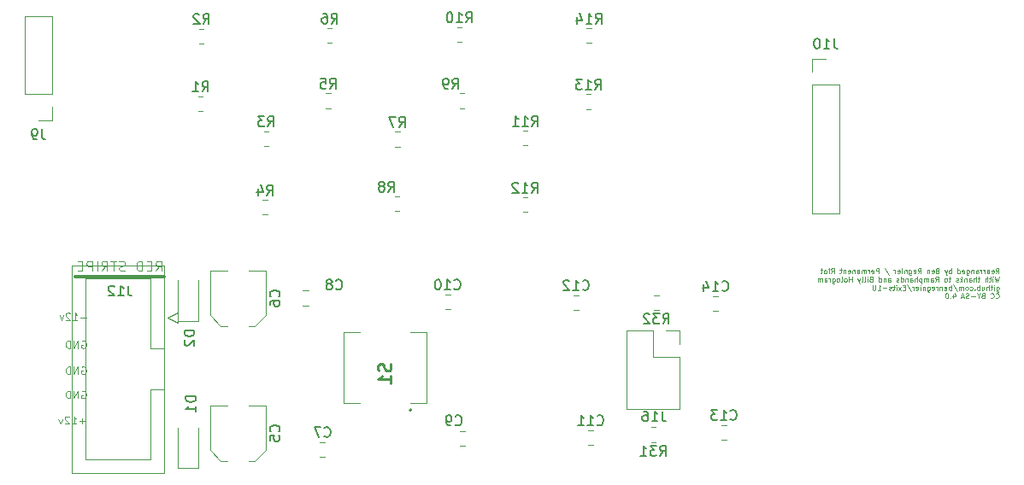
<source format=gbr>
G04 #@! TF.GenerationSoftware,KiCad,Pcbnew,8.0.2*
G04 #@! TF.CreationDate,2025-05-17T16:19:13-07:00*
G04 #@! TF.ProjectId,Exits-1U,45786974-732d-4315-952e-6b696361645f,2.1*
G04 #@! TF.SameCoordinates,Original*
G04 #@! TF.FileFunction,Legend,Bot*
G04 #@! TF.FilePolarity,Positive*
%FSLAX46Y46*%
G04 Gerber Fmt 4.6, Leading zero omitted, Abs format (unit mm)*
G04 Created by KiCad (PCBNEW 8.0.2) date 2025-05-17 16:19:13*
%MOMM*%
%LPD*%
G01*
G04 APERTURE LIST*
%ADD10C,0.101600*%
%ADD11C,0.300000*%
%ADD12C,0.100000*%
%ADD13C,0.150000*%
%ADD14C,0.254000*%
%ADD15C,0.120000*%
%ADD16C,0.200000*%
G04 APERTURE END LIST*
D10*
X149432719Y-128898590D02*
X149602053Y-128656685D01*
X149723005Y-128898590D02*
X149723005Y-128390590D01*
X149723005Y-128390590D02*
X149529481Y-128390590D01*
X149529481Y-128390590D02*
X149481100Y-128414780D01*
X149481100Y-128414780D02*
X149456910Y-128438971D01*
X149456910Y-128438971D02*
X149432719Y-128487352D01*
X149432719Y-128487352D02*
X149432719Y-128559923D01*
X149432719Y-128559923D02*
X149456910Y-128608304D01*
X149456910Y-128608304D02*
X149481100Y-128632495D01*
X149481100Y-128632495D02*
X149529481Y-128656685D01*
X149529481Y-128656685D02*
X149723005Y-128656685D01*
X149021481Y-128874400D02*
X149069862Y-128898590D01*
X149069862Y-128898590D02*
X149166624Y-128898590D01*
X149166624Y-128898590D02*
X149215005Y-128874400D01*
X149215005Y-128874400D02*
X149239196Y-128826019D01*
X149239196Y-128826019D02*
X149239196Y-128632495D01*
X149239196Y-128632495D02*
X149215005Y-128584114D01*
X149215005Y-128584114D02*
X149166624Y-128559923D01*
X149166624Y-128559923D02*
X149069862Y-128559923D01*
X149069862Y-128559923D02*
X149021481Y-128584114D01*
X149021481Y-128584114D02*
X148997291Y-128632495D01*
X148997291Y-128632495D02*
X148997291Y-128680876D01*
X148997291Y-128680876D02*
X149239196Y-128729257D01*
X148561862Y-128898590D02*
X148561862Y-128632495D01*
X148561862Y-128632495D02*
X148586052Y-128584114D01*
X148586052Y-128584114D02*
X148634433Y-128559923D01*
X148634433Y-128559923D02*
X148731195Y-128559923D01*
X148731195Y-128559923D02*
X148779576Y-128584114D01*
X148561862Y-128874400D02*
X148610243Y-128898590D01*
X148610243Y-128898590D02*
X148731195Y-128898590D01*
X148731195Y-128898590D02*
X148779576Y-128874400D01*
X148779576Y-128874400D02*
X148803767Y-128826019D01*
X148803767Y-128826019D02*
X148803767Y-128777638D01*
X148803767Y-128777638D02*
X148779576Y-128729257D01*
X148779576Y-128729257D02*
X148731195Y-128705066D01*
X148731195Y-128705066D02*
X148610243Y-128705066D01*
X148610243Y-128705066D02*
X148561862Y-128680876D01*
X148319957Y-128898590D02*
X148319957Y-128559923D01*
X148319957Y-128656685D02*
X148295767Y-128608304D01*
X148295767Y-128608304D02*
X148271576Y-128584114D01*
X148271576Y-128584114D02*
X148223195Y-128559923D01*
X148223195Y-128559923D02*
X148174814Y-128559923D01*
X148005481Y-128898590D02*
X148005481Y-128559923D01*
X148005481Y-128656685D02*
X147981291Y-128608304D01*
X147981291Y-128608304D02*
X147957100Y-128584114D01*
X147957100Y-128584114D02*
X147908719Y-128559923D01*
X147908719Y-128559923D02*
X147860338Y-128559923D01*
X147473291Y-128898590D02*
X147473291Y-128632495D01*
X147473291Y-128632495D02*
X147497481Y-128584114D01*
X147497481Y-128584114D02*
X147545862Y-128559923D01*
X147545862Y-128559923D02*
X147642624Y-128559923D01*
X147642624Y-128559923D02*
X147691005Y-128584114D01*
X147473291Y-128874400D02*
X147521672Y-128898590D01*
X147521672Y-128898590D02*
X147642624Y-128898590D01*
X147642624Y-128898590D02*
X147691005Y-128874400D01*
X147691005Y-128874400D02*
X147715196Y-128826019D01*
X147715196Y-128826019D02*
X147715196Y-128777638D01*
X147715196Y-128777638D02*
X147691005Y-128729257D01*
X147691005Y-128729257D02*
X147642624Y-128705066D01*
X147642624Y-128705066D02*
X147521672Y-128705066D01*
X147521672Y-128705066D02*
X147473291Y-128680876D01*
X147231386Y-128559923D02*
X147231386Y-128898590D01*
X147231386Y-128608304D02*
X147207196Y-128584114D01*
X147207196Y-128584114D02*
X147158815Y-128559923D01*
X147158815Y-128559923D02*
X147086243Y-128559923D01*
X147086243Y-128559923D02*
X147037862Y-128584114D01*
X147037862Y-128584114D02*
X147013672Y-128632495D01*
X147013672Y-128632495D02*
X147013672Y-128898590D01*
X146554053Y-128559923D02*
X146554053Y-128971161D01*
X146554053Y-128971161D02*
X146578243Y-129019542D01*
X146578243Y-129019542D02*
X146602434Y-129043733D01*
X146602434Y-129043733D02*
X146650815Y-129067923D01*
X146650815Y-129067923D02*
X146723386Y-129067923D01*
X146723386Y-129067923D02*
X146771767Y-129043733D01*
X146554053Y-128874400D02*
X146602434Y-128898590D01*
X146602434Y-128898590D02*
X146699196Y-128898590D01*
X146699196Y-128898590D02*
X146747577Y-128874400D01*
X146747577Y-128874400D02*
X146771767Y-128850209D01*
X146771767Y-128850209D02*
X146795958Y-128801828D01*
X146795958Y-128801828D02*
X146795958Y-128656685D01*
X146795958Y-128656685D02*
X146771767Y-128608304D01*
X146771767Y-128608304D02*
X146747577Y-128584114D01*
X146747577Y-128584114D02*
X146699196Y-128559923D01*
X146699196Y-128559923D02*
X146602434Y-128559923D01*
X146602434Y-128559923D02*
X146554053Y-128584114D01*
X146118624Y-128874400D02*
X146167005Y-128898590D01*
X146167005Y-128898590D02*
X146263767Y-128898590D01*
X146263767Y-128898590D02*
X146312148Y-128874400D01*
X146312148Y-128874400D02*
X146336339Y-128826019D01*
X146336339Y-128826019D02*
X146336339Y-128632495D01*
X146336339Y-128632495D02*
X146312148Y-128584114D01*
X146312148Y-128584114D02*
X146263767Y-128559923D01*
X146263767Y-128559923D02*
X146167005Y-128559923D01*
X146167005Y-128559923D02*
X146118624Y-128584114D01*
X146118624Y-128584114D02*
X146094434Y-128632495D01*
X146094434Y-128632495D02*
X146094434Y-128680876D01*
X146094434Y-128680876D02*
X146336339Y-128729257D01*
X145659005Y-128898590D02*
X145659005Y-128390590D01*
X145659005Y-128874400D02*
X145707386Y-128898590D01*
X145707386Y-128898590D02*
X145804148Y-128898590D01*
X145804148Y-128898590D02*
X145852529Y-128874400D01*
X145852529Y-128874400D02*
X145876719Y-128850209D01*
X145876719Y-128850209D02*
X145900910Y-128801828D01*
X145900910Y-128801828D02*
X145900910Y-128656685D01*
X145900910Y-128656685D02*
X145876719Y-128608304D01*
X145876719Y-128608304D02*
X145852529Y-128584114D01*
X145852529Y-128584114D02*
X145804148Y-128559923D01*
X145804148Y-128559923D02*
X145707386Y-128559923D01*
X145707386Y-128559923D02*
X145659005Y-128584114D01*
X145030052Y-128898590D02*
X145030052Y-128390590D01*
X145030052Y-128584114D02*
X144981671Y-128559923D01*
X144981671Y-128559923D02*
X144884909Y-128559923D01*
X144884909Y-128559923D02*
X144836528Y-128584114D01*
X144836528Y-128584114D02*
X144812338Y-128608304D01*
X144812338Y-128608304D02*
X144788147Y-128656685D01*
X144788147Y-128656685D02*
X144788147Y-128801828D01*
X144788147Y-128801828D02*
X144812338Y-128850209D01*
X144812338Y-128850209D02*
X144836528Y-128874400D01*
X144836528Y-128874400D02*
X144884909Y-128898590D01*
X144884909Y-128898590D02*
X144981671Y-128898590D01*
X144981671Y-128898590D02*
X145030052Y-128874400D01*
X144618814Y-128559923D02*
X144497862Y-128898590D01*
X144376909Y-128559923D02*
X144497862Y-128898590D01*
X144497862Y-128898590D02*
X144546243Y-129019542D01*
X144546243Y-129019542D02*
X144570433Y-129043733D01*
X144570433Y-129043733D02*
X144618814Y-129067923D01*
X143627004Y-128632495D02*
X143554432Y-128656685D01*
X143554432Y-128656685D02*
X143530242Y-128680876D01*
X143530242Y-128680876D02*
X143506051Y-128729257D01*
X143506051Y-128729257D02*
X143506051Y-128801828D01*
X143506051Y-128801828D02*
X143530242Y-128850209D01*
X143530242Y-128850209D02*
X143554432Y-128874400D01*
X143554432Y-128874400D02*
X143602813Y-128898590D01*
X143602813Y-128898590D02*
X143796337Y-128898590D01*
X143796337Y-128898590D02*
X143796337Y-128390590D01*
X143796337Y-128390590D02*
X143627004Y-128390590D01*
X143627004Y-128390590D02*
X143578623Y-128414780D01*
X143578623Y-128414780D02*
X143554432Y-128438971D01*
X143554432Y-128438971D02*
X143530242Y-128487352D01*
X143530242Y-128487352D02*
X143530242Y-128535733D01*
X143530242Y-128535733D02*
X143554432Y-128584114D01*
X143554432Y-128584114D02*
X143578623Y-128608304D01*
X143578623Y-128608304D02*
X143627004Y-128632495D01*
X143627004Y-128632495D02*
X143796337Y-128632495D01*
X143094813Y-128874400D02*
X143143194Y-128898590D01*
X143143194Y-128898590D02*
X143239956Y-128898590D01*
X143239956Y-128898590D02*
X143288337Y-128874400D01*
X143288337Y-128874400D02*
X143312528Y-128826019D01*
X143312528Y-128826019D02*
X143312528Y-128632495D01*
X143312528Y-128632495D02*
X143288337Y-128584114D01*
X143288337Y-128584114D02*
X143239956Y-128559923D01*
X143239956Y-128559923D02*
X143143194Y-128559923D01*
X143143194Y-128559923D02*
X143094813Y-128584114D01*
X143094813Y-128584114D02*
X143070623Y-128632495D01*
X143070623Y-128632495D02*
X143070623Y-128680876D01*
X143070623Y-128680876D02*
X143312528Y-128729257D01*
X142852908Y-128559923D02*
X142852908Y-128898590D01*
X142852908Y-128608304D02*
X142828718Y-128584114D01*
X142828718Y-128584114D02*
X142780337Y-128559923D01*
X142780337Y-128559923D02*
X142707765Y-128559923D01*
X142707765Y-128559923D02*
X142659384Y-128584114D01*
X142659384Y-128584114D02*
X142635194Y-128632495D01*
X142635194Y-128632495D02*
X142635194Y-128898590D01*
X141715955Y-128898590D02*
X141885289Y-128656685D01*
X142006241Y-128898590D02*
X142006241Y-128390590D01*
X142006241Y-128390590D02*
X141812717Y-128390590D01*
X141812717Y-128390590D02*
X141764336Y-128414780D01*
X141764336Y-128414780D02*
X141740146Y-128438971D01*
X141740146Y-128438971D02*
X141715955Y-128487352D01*
X141715955Y-128487352D02*
X141715955Y-128559923D01*
X141715955Y-128559923D02*
X141740146Y-128608304D01*
X141740146Y-128608304D02*
X141764336Y-128632495D01*
X141764336Y-128632495D02*
X141812717Y-128656685D01*
X141812717Y-128656685D02*
X142006241Y-128656685D01*
X141304717Y-128874400D02*
X141353098Y-128898590D01*
X141353098Y-128898590D02*
X141449860Y-128898590D01*
X141449860Y-128898590D02*
X141498241Y-128874400D01*
X141498241Y-128874400D02*
X141522432Y-128826019D01*
X141522432Y-128826019D02*
X141522432Y-128632495D01*
X141522432Y-128632495D02*
X141498241Y-128584114D01*
X141498241Y-128584114D02*
X141449860Y-128559923D01*
X141449860Y-128559923D02*
X141353098Y-128559923D01*
X141353098Y-128559923D02*
X141304717Y-128584114D01*
X141304717Y-128584114D02*
X141280527Y-128632495D01*
X141280527Y-128632495D02*
X141280527Y-128680876D01*
X141280527Y-128680876D02*
X141522432Y-128729257D01*
X140845098Y-128559923D02*
X140845098Y-128971161D01*
X140845098Y-128971161D02*
X140869288Y-129019542D01*
X140869288Y-129019542D02*
X140893479Y-129043733D01*
X140893479Y-129043733D02*
X140941860Y-129067923D01*
X140941860Y-129067923D02*
X141014431Y-129067923D01*
X141014431Y-129067923D02*
X141062812Y-129043733D01*
X140845098Y-128874400D02*
X140893479Y-128898590D01*
X140893479Y-128898590D02*
X140990241Y-128898590D01*
X140990241Y-128898590D02*
X141038622Y-128874400D01*
X141038622Y-128874400D02*
X141062812Y-128850209D01*
X141062812Y-128850209D02*
X141087003Y-128801828D01*
X141087003Y-128801828D02*
X141087003Y-128656685D01*
X141087003Y-128656685D02*
X141062812Y-128608304D01*
X141062812Y-128608304D02*
X141038622Y-128584114D01*
X141038622Y-128584114D02*
X140990241Y-128559923D01*
X140990241Y-128559923D02*
X140893479Y-128559923D01*
X140893479Y-128559923D02*
X140845098Y-128584114D01*
X140603193Y-128559923D02*
X140603193Y-128898590D01*
X140603193Y-128608304D02*
X140579003Y-128584114D01*
X140579003Y-128584114D02*
X140530622Y-128559923D01*
X140530622Y-128559923D02*
X140458050Y-128559923D01*
X140458050Y-128559923D02*
X140409669Y-128584114D01*
X140409669Y-128584114D02*
X140385479Y-128632495D01*
X140385479Y-128632495D02*
X140385479Y-128898590D01*
X140143574Y-128898590D02*
X140143574Y-128559923D01*
X140143574Y-128390590D02*
X140167765Y-128414780D01*
X140167765Y-128414780D02*
X140143574Y-128438971D01*
X140143574Y-128438971D02*
X140119384Y-128414780D01*
X140119384Y-128414780D02*
X140143574Y-128390590D01*
X140143574Y-128390590D02*
X140143574Y-128438971D01*
X139708145Y-128874400D02*
X139756526Y-128898590D01*
X139756526Y-128898590D02*
X139853288Y-128898590D01*
X139853288Y-128898590D02*
X139901669Y-128874400D01*
X139901669Y-128874400D02*
X139925860Y-128826019D01*
X139925860Y-128826019D02*
X139925860Y-128632495D01*
X139925860Y-128632495D02*
X139901669Y-128584114D01*
X139901669Y-128584114D02*
X139853288Y-128559923D01*
X139853288Y-128559923D02*
X139756526Y-128559923D01*
X139756526Y-128559923D02*
X139708145Y-128584114D01*
X139708145Y-128584114D02*
X139683955Y-128632495D01*
X139683955Y-128632495D02*
X139683955Y-128680876D01*
X139683955Y-128680876D02*
X139925860Y-128729257D01*
X139466240Y-128898590D02*
X139466240Y-128559923D01*
X139466240Y-128656685D02*
X139442050Y-128608304D01*
X139442050Y-128608304D02*
X139417859Y-128584114D01*
X139417859Y-128584114D02*
X139369478Y-128559923D01*
X139369478Y-128559923D02*
X139321097Y-128559923D01*
X138401859Y-128366400D02*
X138837288Y-129019542D01*
X137845478Y-128898590D02*
X137845478Y-128390590D01*
X137845478Y-128390590D02*
X137651954Y-128390590D01*
X137651954Y-128390590D02*
X137603573Y-128414780D01*
X137603573Y-128414780D02*
X137579383Y-128438971D01*
X137579383Y-128438971D02*
X137555192Y-128487352D01*
X137555192Y-128487352D02*
X137555192Y-128559923D01*
X137555192Y-128559923D02*
X137579383Y-128608304D01*
X137579383Y-128608304D02*
X137603573Y-128632495D01*
X137603573Y-128632495D02*
X137651954Y-128656685D01*
X137651954Y-128656685D02*
X137845478Y-128656685D01*
X137143954Y-128874400D02*
X137192335Y-128898590D01*
X137192335Y-128898590D02*
X137289097Y-128898590D01*
X137289097Y-128898590D02*
X137337478Y-128874400D01*
X137337478Y-128874400D02*
X137361669Y-128826019D01*
X137361669Y-128826019D02*
X137361669Y-128632495D01*
X137361669Y-128632495D02*
X137337478Y-128584114D01*
X137337478Y-128584114D02*
X137289097Y-128559923D01*
X137289097Y-128559923D02*
X137192335Y-128559923D01*
X137192335Y-128559923D02*
X137143954Y-128584114D01*
X137143954Y-128584114D02*
X137119764Y-128632495D01*
X137119764Y-128632495D02*
X137119764Y-128680876D01*
X137119764Y-128680876D02*
X137361669Y-128729257D01*
X136902049Y-128898590D02*
X136902049Y-128559923D01*
X136902049Y-128656685D02*
X136877859Y-128608304D01*
X136877859Y-128608304D02*
X136853668Y-128584114D01*
X136853668Y-128584114D02*
X136805287Y-128559923D01*
X136805287Y-128559923D02*
X136756906Y-128559923D01*
X136587573Y-128898590D02*
X136587573Y-128559923D01*
X136587573Y-128608304D02*
X136563383Y-128584114D01*
X136563383Y-128584114D02*
X136515002Y-128559923D01*
X136515002Y-128559923D02*
X136442430Y-128559923D01*
X136442430Y-128559923D02*
X136394049Y-128584114D01*
X136394049Y-128584114D02*
X136369859Y-128632495D01*
X136369859Y-128632495D02*
X136369859Y-128898590D01*
X136369859Y-128632495D02*
X136345668Y-128584114D01*
X136345668Y-128584114D02*
X136297287Y-128559923D01*
X136297287Y-128559923D02*
X136224716Y-128559923D01*
X136224716Y-128559923D02*
X136176335Y-128584114D01*
X136176335Y-128584114D02*
X136152145Y-128632495D01*
X136152145Y-128632495D02*
X136152145Y-128898590D01*
X135692526Y-128898590D02*
X135692526Y-128632495D01*
X135692526Y-128632495D02*
X135716716Y-128584114D01*
X135716716Y-128584114D02*
X135765097Y-128559923D01*
X135765097Y-128559923D02*
X135861859Y-128559923D01*
X135861859Y-128559923D02*
X135910240Y-128584114D01*
X135692526Y-128874400D02*
X135740907Y-128898590D01*
X135740907Y-128898590D02*
X135861859Y-128898590D01*
X135861859Y-128898590D02*
X135910240Y-128874400D01*
X135910240Y-128874400D02*
X135934431Y-128826019D01*
X135934431Y-128826019D02*
X135934431Y-128777638D01*
X135934431Y-128777638D02*
X135910240Y-128729257D01*
X135910240Y-128729257D02*
X135861859Y-128705066D01*
X135861859Y-128705066D02*
X135740907Y-128705066D01*
X135740907Y-128705066D02*
X135692526Y-128680876D01*
X135450621Y-128559923D02*
X135450621Y-128898590D01*
X135450621Y-128608304D02*
X135426431Y-128584114D01*
X135426431Y-128584114D02*
X135378050Y-128559923D01*
X135378050Y-128559923D02*
X135305478Y-128559923D01*
X135305478Y-128559923D02*
X135257097Y-128584114D01*
X135257097Y-128584114D02*
X135232907Y-128632495D01*
X135232907Y-128632495D02*
X135232907Y-128898590D01*
X134797478Y-128874400D02*
X134845859Y-128898590D01*
X134845859Y-128898590D02*
X134942621Y-128898590D01*
X134942621Y-128898590D02*
X134991002Y-128874400D01*
X134991002Y-128874400D02*
X135015193Y-128826019D01*
X135015193Y-128826019D02*
X135015193Y-128632495D01*
X135015193Y-128632495D02*
X134991002Y-128584114D01*
X134991002Y-128584114D02*
X134942621Y-128559923D01*
X134942621Y-128559923D02*
X134845859Y-128559923D01*
X134845859Y-128559923D02*
X134797478Y-128584114D01*
X134797478Y-128584114D02*
X134773288Y-128632495D01*
X134773288Y-128632495D02*
X134773288Y-128680876D01*
X134773288Y-128680876D02*
X135015193Y-128729257D01*
X134555573Y-128559923D02*
X134555573Y-128898590D01*
X134555573Y-128608304D02*
X134531383Y-128584114D01*
X134531383Y-128584114D02*
X134483002Y-128559923D01*
X134483002Y-128559923D02*
X134410430Y-128559923D01*
X134410430Y-128559923D02*
X134362049Y-128584114D01*
X134362049Y-128584114D02*
X134337859Y-128632495D01*
X134337859Y-128632495D02*
X134337859Y-128898590D01*
X134168526Y-128559923D02*
X133975002Y-128559923D01*
X134095954Y-128390590D02*
X134095954Y-128826019D01*
X134095954Y-128826019D02*
X134071764Y-128874400D01*
X134071764Y-128874400D02*
X134023383Y-128898590D01*
X134023383Y-128898590D02*
X133975002Y-128898590D01*
X133128334Y-128898590D02*
X133297668Y-128656685D01*
X133418620Y-128898590D02*
X133418620Y-128390590D01*
X133418620Y-128390590D02*
X133225096Y-128390590D01*
X133225096Y-128390590D02*
X133176715Y-128414780D01*
X133176715Y-128414780D02*
X133152525Y-128438971D01*
X133152525Y-128438971D02*
X133128334Y-128487352D01*
X133128334Y-128487352D02*
X133128334Y-128559923D01*
X133128334Y-128559923D02*
X133152525Y-128608304D01*
X133152525Y-128608304D02*
X133176715Y-128632495D01*
X133176715Y-128632495D02*
X133225096Y-128656685D01*
X133225096Y-128656685D02*
X133418620Y-128656685D01*
X132910620Y-128898590D02*
X132910620Y-128559923D01*
X132910620Y-128390590D02*
X132934811Y-128414780D01*
X132934811Y-128414780D02*
X132910620Y-128438971D01*
X132910620Y-128438971D02*
X132886430Y-128414780D01*
X132886430Y-128414780D02*
X132910620Y-128390590D01*
X132910620Y-128390590D02*
X132910620Y-128438971D01*
X132596144Y-128898590D02*
X132644525Y-128874400D01*
X132644525Y-128874400D02*
X132668715Y-128850209D01*
X132668715Y-128850209D02*
X132692906Y-128801828D01*
X132692906Y-128801828D02*
X132692906Y-128656685D01*
X132692906Y-128656685D02*
X132668715Y-128608304D01*
X132668715Y-128608304D02*
X132644525Y-128584114D01*
X132644525Y-128584114D02*
X132596144Y-128559923D01*
X132596144Y-128559923D02*
X132523572Y-128559923D01*
X132523572Y-128559923D02*
X132475191Y-128584114D01*
X132475191Y-128584114D02*
X132451001Y-128608304D01*
X132451001Y-128608304D02*
X132426810Y-128656685D01*
X132426810Y-128656685D02*
X132426810Y-128801828D01*
X132426810Y-128801828D02*
X132451001Y-128850209D01*
X132451001Y-128850209D02*
X132475191Y-128874400D01*
X132475191Y-128874400D02*
X132523572Y-128898590D01*
X132523572Y-128898590D02*
X132596144Y-128898590D01*
X132281668Y-128559923D02*
X132088144Y-128559923D01*
X132209096Y-128390590D02*
X132209096Y-128826019D01*
X132209096Y-128826019D02*
X132184906Y-128874400D01*
X132184906Y-128874400D02*
X132136525Y-128898590D01*
X132136525Y-128898590D02*
X132088144Y-128898590D01*
X149771386Y-129208442D02*
X149650434Y-129716442D01*
X149650434Y-129716442D02*
X149553672Y-129353585D01*
X149553672Y-129353585D02*
X149456910Y-129716442D01*
X149456910Y-129716442D02*
X149335958Y-129208442D01*
X149142434Y-129716442D02*
X149142434Y-129377775D01*
X149142434Y-129208442D02*
X149166625Y-129232632D01*
X149166625Y-129232632D02*
X149142434Y-129256823D01*
X149142434Y-129256823D02*
X149118244Y-129232632D01*
X149118244Y-129232632D02*
X149142434Y-129208442D01*
X149142434Y-129208442D02*
X149142434Y-129256823D01*
X148973101Y-129377775D02*
X148779577Y-129377775D01*
X148900529Y-129208442D02*
X148900529Y-129643871D01*
X148900529Y-129643871D02*
X148876339Y-129692252D01*
X148876339Y-129692252D02*
X148827958Y-129716442D01*
X148827958Y-129716442D02*
X148779577Y-129716442D01*
X148610243Y-129716442D02*
X148610243Y-129208442D01*
X148392529Y-129716442D02*
X148392529Y-129450347D01*
X148392529Y-129450347D02*
X148416719Y-129401966D01*
X148416719Y-129401966D02*
X148465100Y-129377775D01*
X148465100Y-129377775D02*
X148537672Y-129377775D01*
X148537672Y-129377775D02*
X148586053Y-129401966D01*
X148586053Y-129401966D02*
X148610243Y-129426156D01*
X147836148Y-129377775D02*
X147642624Y-129377775D01*
X147763576Y-129208442D02*
X147763576Y-129643871D01*
X147763576Y-129643871D02*
X147739386Y-129692252D01*
X147739386Y-129692252D02*
X147691005Y-129716442D01*
X147691005Y-129716442D02*
X147642624Y-129716442D01*
X147473290Y-129716442D02*
X147473290Y-129208442D01*
X147255576Y-129716442D02*
X147255576Y-129450347D01*
X147255576Y-129450347D02*
X147279766Y-129401966D01*
X147279766Y-129401966D02*
X147328147Y-129377775D01*
X147328147Y-129377775D02*
X147400719Y-129377775D01*
X147400719Y-129377775D02*
X147449100Y-129401966D01*
X147449100Y-129401966D02*
X147473290Y-129426156D01*
X146795957Y-129716442D02*
X146795957Y-129450347D01*
X146795957Y-129450347D02*
X146820147Y-129401966D01*
X146820147Y-129401966D02*
X146868528Y-129377775D01*
X146868528Y-129377775D02*
X146965290Y-129377775D01*
X146965290Y-129377775D02*
X147013671Y-129401966D01*
X146795957Y-129692252D02*
X146844338Y-129716442D01*
X146844338Y-129716442D02*
X146965290Y-129716442D01*
X146965290Y-129716442D02*
X147013671Y-129692252D01*
X147013671Y-129692252D02*
X147037862Y-129643871D01*
X147037862Y-129643871D02*
X147037862Y-129595490D01*
X147037862Y-129595490D02*
X147013671Y-129547109D01*
X147013671Y-129547109D02*
X146965290Y-129522918D01*
X146965290Y-129522918D02*
X146844338Y-129522918D01*
X146844338Y-129522918D02*
X146795957Y-129498728D01*
X146554052Y-129377775D02*
X146554052Y-129716442D01*
X146554052Y-129426156D02*
X146529862Y-129401966D01*
X146529862Y-129401966D02*
X146481481Y-129377775D01*
X146481481Y-129377775D02*
X146408909Y-129377775D01*
X146408909Y-129377775D02*
X146360528Y-129401966D01*
X146360528Y-129401966D02*
X146336338Y-129450347D01*
X146336338Y-129450347D02*
X146336338Y-129716442D01*
X146094433Y-129716442D02*
X146094433Y-129208442D01*
X146046052Y-129522918D02*
X145900909Y-129716442D01*
X145900909Y-129377775D02*
X146094433Y-129571299D01*
X145707386Y-129692252D02*
X145659005Y-129716442D01*
X145659005Y-129716442D02*
X145562243Y-129716442D01*
X145562243Y-129716442D02*
X145513862Y-129692252D01*
X145513862Y-129692252D02*
X145489671Y-129643871D01*
X145489671Y-129643871D02*
X145489671Y-129619680D01*
X145489671Y-129619680D02*
X145513862Y-129571299D01*
X145513862Y-129571299D02*
X145562243Y-129547109D01*
X145562243Y-129547109D02*
X145634814Y-129547109D01*
X145634814Y-129547109D02*
X145683195Y-129522918D01*
X145683195Y-129522918D02*
X145707386Y-129474537D01*
X145707386Y-129474537D02*
X145707386Y-129450347D01*
X145707386Y-129450347D02*
X145683195Y-129401966D01*
X145683195Y-129401966D02*
X145634814Y-129377775D01*
X145634814Y-129377775D02*
X145562243Y-129377775D01*
X145562243Y-129377775D02*
X145513862Y-129401966D01*
X144957481Y-129377775D02*
X144763957Y-129377775D01*
X144884909Y-129208442D02*
X144884909Y-129643871D01*
X144884909Y-129643871D02*
X144860719Y-129692252D01*
X144860719Y-129692252D02*
X144812338Y-129716442D01*
X144812338Y-129716442D02*
X144763957Y-129716442D01*
X144522052Y-129716442D02*
X144570433Y-129692252D01*
X144570433Y-129692252D02*
X144594623Y-129668061D01*
X144594623Y-129668061D02*
X144618814Y-129619680D01*
X144618814Y-129619680D02*
X144618814Y-129474537D01*
X144618814Y-129474537D02*
X144594623Y-129426156D01*
X144594623Y-129426156D02*
X144570433Y-129401966D01*
X144570433Y-129401966D02*
X144522052Y-129377775D01*
X144522052Y-129377775D02*
X144449480Y-129377775D01*
X144449480Y-129377775D02*
X144401099Y-129401966D01*
X144401099Y-129401966D02*
X144376909Y-129426156D01*
X144376909Y-129426156D02*
X144352718Y-129474537D01*
X144352718Y-129474537D02*
X144352718Y-129619680D01*
X144352718Y-129619680D02*
X144376909Y-129668061D01*
X144376909Y-129668061D02*
X144401099Y-129692252D01*
X144401099Y-129692252D02*
X144449480Y-129716442D01*
X144449480Y-129716442D02*
X144522052Y-129716442D01*
X143457670Y-129716442D02*
X143627004Y-129474537D01*
X143747956Y-129716442D02*
X143747956Y-129208442D01*
X143747956Y-129208442D02*
X143554432Y-129208442D01*
X143554432Y-129208442D02*
X143506051Y-129232632D01*
X143506051Y-129232632D02*
X143481861Y-129256823D01*
X143481861Y-129256823D02*
X143457670Y-129305204D01*
X143457670Y-129305204D02*
X143457670Y-129377775D01*
X143457670Y-129377775D02*
X143481861Y-129426156D01*
X143481861Y-129426156D02*
X143506051Y-129450347D01*
X143506051Y-129450347D02*
X143554432Y-129474537D01*
X143554432Y-129474537D02*
X143747956Y-129474537D01*
X143022242Y-129716442D02*
X143022242Y-129450347D01*
X143022242Y-129450347D02*
X143046432Y-129401966D01*
X143046432Y-129401966D02*
X143094813Y-129377775D01*
X143094813Y-129377775D02*
X143191575Y-129377775D01*
X143191575Y-129377775D02*
X143239956Y-129401966D01*
X143022242Y-129692252D02*
X143070623Y-129716442D01*
X143070623Y-129716442D02*
X143191575Y-129716442D01*
X143191575Y-129716442D02*
X143239956Y-129692252D01*
X143239956Y-129692252D02*
X143264147Y-129643871D01*
X143264147Y-129643871D02*
X143264147Y-129595490D01*
X143264147Y-129595490D02*
X143239956Y-129547109D01*
X143239956Y-129547109D02*
X143191575Y-129522918D01*
X143191575Y-129522918D02*
X143070623Y-129522918D01*
X143070623Y-129522918D02*
X143022242Y-129498728D01*
X142780337Y-129716442D02*
X142780337Y-129377775D01*
X142780337Y-129426156D02*
X142756147Y-129401966D01*
X142756147Y-129401966D02*
X142707766Y-129377775D01*
X142707766Y-129377775D02*
X142635194Y-129377775D01*
X142635194Y-129377775D02*
X142586813Y-129401966D01*
X142586813Y-129401966D02*
X142562623Y-129450347D01*
X142562623Y-129450347D02*
X142562623Y-129716442D01*
X142562623Y-129450347D02*
X142538432Y-129401966D01*
X142538432Y-129401966D02*
X142490051Y-129377775D01*
X142490051Y-129377775D02*
X142417480Y-129377775D01*
X142417480Y-129377775D02*
X142369099Y-129401966D01*
X142369099Y-129401966D02*
X142344909Y-129450347D01*
X142344909Y-129450347D02*
X142344909Y-129716442D01*
X142103004Y-129377775D02*
X142103004Y-129885775D01*
X142103004Y-129401966D02*
X142054623Y-129377775D01*
X142054623Y-129377775D02*
X141957861Y-129377775D01*
X141957861Y-129377775D02*
X141909480Y-129401966D01*
X141909480Y-129401966D02*
X141885290Y-129426156D01*
X141885290Y-129426156D02*
X141861099Y-129474537D01*
X141861099Y-129474537D02*
X141861099Y-129619680D01*
X141861099Y-129619680D02*
X141885290Y-129668061D01*
X141885290Y-129668061D02*
X141909480Y-129692252D01*
X141909480Y-129692252D02*
X141957861Y-129716442D01*
X141957861Y-129716442D02*
X142054623Y-129716442D01*
X142054623Y-129716442D02*
X142103004Y-129692252D01*
X141643385Y-129716442D02*
X141643385Y-129208442D01*
X141425671Y-129716442D02*
X141425671Y-129450347D01*
X141425671Y-129450347D02*
X141449861Y-129401966D01*
X141449861Y-129401966D02*
X141498242Y-129377775D01*
X141498242Y-129377775D02*
X141570814Y-129377775D01*
X141570814Y-129377775D02*
X141619195Y-129401966D01*
X141619195Y-129401966D02*
X141643385Y-129426156D01*
X140966052Y-129716442D02*
X140966052Y-129450347D01*
X140966052Y-129450347D02*
X140990242Y-129401966D01*
X140990242Y-129401966D02*
X141038623Y-129377775D01*
X141038623Y-129377775D02*
X141135385Y-129377775D01*
X141135385Y-129377775D02*
X141183766Y-129401966D01*
X140966052Y-129692252D02*
X141014433Y-129716442D01*
X141014433Y-129716442D02*
X141135385Y-129716442D01*
X141135385Y-129716442D02*
X141183766Y-129692252D01*
X141183766Y-129692252D02*
X141207957Y-129643871D01*
X141207957Y-129643871D02*
X141207957Y-129595490D01*
X141207957Y-129595490D02*
X141183766Y-129547109D01*
X141183766Y-129547109D02*
X141135385Y-129522918D01*
X141135385Y-129522918D02*
X141014433Y-129522918D01*
X141014433Y-129522918D02*
X140966052Y-129498728D01*
X140724147Y-129377775D02*
X140724147Y-129716442D01*
X140724147Y-129426156D02*
X140699957Y-129401966D01*
X140699957Y-129401966D02*
X140651576Y-129377775D01*
X140651576Y-129377775D02*
X140579004Y-129377775D01*
X140579004Y-129377775D02*
X140530623Y-129401966D01*
X140530623Y-129401966D02*
X140506433Y-129450347D01*
X140506433Y-129450347D02*
X140506433Y-129716442D01*
X140046814Y-129716442D02*
X140046814Y-129208442D01*
X140046814Y-129692252D02*
X140095195Y-129716442D01*
X140095195Y-129716442D02*
X140191957Y-129716442D01*
X140191957Y-129716442D02*
X140240338Y-129692252D01*
X140240338Y-129692252D02*
X140264528Y-129668061D01*
X140264528Y-129668061D02*
X140288719Y-129619680D01*
X140288719Y-129619680D02*
X140288719Y-129474537D01*
X140288719Y-129474537D02*
X140264528Y-129426156D01*
X140264528Y-129426156D02*
X140240338Y-129401966D01*
X140240338Y-129401966D02*
X140191957Y-129377775D01*
X140191957Y-129377775D02*
X140095195Y-129377775D01*
X140095195Y-129377775D02*
X140046814Y-129401966D01*
X139829100Y-129692252D02*
X139780719Y-129716442D01*
X139780719Y-129716442D02*
X139683957Y-129716442D01*
X139683957Y-129716442D02*
X139635576Y-129692252D01*
X139635576Y-129692252D02*
X139611385Y-129643871D01*
X139611385Y-129643871D02*
X139611385Y-129619680D01*
X139611385Y-129619680D02*
X139635576Y-129571299D01*
X139635576Y-129571299D02*
X139683957Y-129547109D01*
X139683957Y-129547109D02*
X139756528Y-129547109D01*
X139756528Y-129547109D02*
X139804909Y-129522918D01*
X139804909Y-129522918D02*
X139829100Y-129474537D01*
X139829100Y-129474537D02*
X139829100Y-129450347D01*
X139829100Y-129450347D02*
X139804909Y-129401966D01*
X139804909Y-129401966D02*
X139756528Y-129377775D01*
X139756528Y-129377775D02*
X139683957Y-129377775D01*
X139683957Y-129377775D02*
X139635576Y-129401966D01*
X138788909Y-129716442D02*
X138788909Y-129450347D01*
X138788909Y-129450347D02*
X138813099Y-129401966D01*
X138813099Y-129401966D02*
X138861480Y-129377775D01*
X138861480Y-129377775D02*
X138958242Y-129377775D01*
X138958242Y-129377775D02*
X139006623Y-129401966D01*
X138788909Y-129692252D02*
X138837290Y-129716442D01*
X138837290Y-129716442D02*
X138958242Y-129716442D01*
X138958242Y-129716442D02*
X139006623Y-129692252D01*
X139006623Y-129692252D02*
X139030814Y-129643871D01*
X139030814Y-129643871D02*
X139030814Y-129595490D01*
X139030814Y-129595490D02*
X139006623Y-129547109D01*
X139006623Y-129547109D02*
X138958242Y-129522918D01*
X138958242Y-129522918D02*
X138837290Y-129522918D01*
X138837290Y-129522918D02*
X138788909Y-129498728D01*
X138547004Y-129377775D02*
X138547004Y-129716442D01*
X138547004Y-129426156D02*
X138522814Y-129401966D01*
X138522814Y-129401966D02*
X138474433Y-129377775D01*
X138474433Y-129377775D02*
X138401861Y-129377775D01*
X138401861Y-129377775D02*
X138353480Y-129401966D01*
X138353480Y-129401966D02*
X138329290Y-129450347D01*
X138329290Y-129450347D02*
X138329290Y-129716442D01*
X137869671Y-129716442D02*
X137869671Y-129208442D01*
X137869671Y-129692252D02*
X137918052Y-129716442D01*
X137918052Y-129716442D02*
X138014814Y-129716442D01*
X138014814Y-129716442D02*
X138063195Y-129692252D01*
X138063195Y-129692252D02*
X138087385Y-129668061D01*
X138087385Y-129668061D02*
X138111576Y-129619680D01*
X138111576Y-129619680D02*
X138111576Y-129474537D01*
X138111576Y-129474537D02*
X138087385Y-129426156D01*
X138087385Y-129426156D02*
X138063195Y-129401966D01*
X138063195Y-129401966D02*
X138014814Y-129377775D01*
X138014814Y-129377775D02*
X137918052Y-129377775D01*
X137918052Y-129377775D02*
X137869671Y-129401966D01*
X137071385Y-129450347D02*
X136998813Y-129474537D01*
X136998813Y-129474537D02*
X136974623Y-129498728D01*
X136974623Y-129498728D02*
X136950432Y-129547109D01*
X136950432Y-129547109D02*
X136950432Y-129619680D01*
X136950432Y-129619680D02*
X136974623Y-129668061D01*
X136974623Y-129668061D02*
X136998813Y-129692252D01*
X136998813Y-129692252D02*
X137047194Y-129716442D01*
X137047194Y-129716442D02*
X137240718Y-129716442D01*
X137240718Y-129716442D02*
X137240718Y-129208442D01*
X137240718Y-129208442D02*
X137071385Y-129208442D01*
X137071385Y-129208442D02*
X137023004Y-129232632D01*
X137023004Y-129232632D02*
X136998813Y-129256823D01*
X136998813Y-129256823D02*
X136974623Y-129305204D01*
X136974623Y-129305204D02*
X136974623Y-129353585D01*
X136974623Y-129353585D02*
X136998813Y-129401966D01*
X136998813Y-129401966D02*
X137023004Y-129426156D01*
X137023004Y-129426156D02*
X137071385Y-129450347D01*
X137071385Y-129450347D02*
X137240718Y-129450347D01*
X136732718Y-129716442D02*
X136732718Y-129377775D01*
X136732718Y-129208442D02*
X136756909Y-129232632D01*
X136756909Y-129232632D02*
X136732718Y-129256823D01*
X136732718Y-129256823D02*
X136708528Y-129232632D01*
X136708528Y-129232632D02*
X136732718Y-129208442D01*
X136732718Y-129208442D02*
X136732718Y-129256823D01*
X136418242Y-129716442D02*
X136466623Y-129692252D01*
X136466623Y-129692252D02*
X136490813Y-129643871D01*
X136490813Y-129643871D02*
X136490813Y-129208442D01*
X136152147Y-129716442D02*
X136200528Y-129692252D01*
X136200528Y-129692252D02*
X136224718Y-129643871D01*
X136224718Y-129643871D02*
X136224718Y-129208442D01*
X136007004Y-129377775D02*
X135886052Y-129716442D01*
X135765099Y-129377775D02*
X135886052Y-129716442D01*
X135886052Y-129716442D02*
X135934433Y-129837394D01*
X135934433Y-129837394D02*
X135958623Y-129861585D01*
X135958623Y-129861585D02*
X136007004Y-129885775D01*
X135184527Y-129716442D02*
X135184527Y-129208442D01*
X135184527Y-129450347D02*
X134894241Y-129450347D01*
X134894241Y-129716442D02*
X134894241Y-129208442D01*
X134579766Y-129716442D02*
X134628147Y-129692252D01*
X134628147Y-129692252D02*
X134652337Y-129668061D01*
X134652337Y-129668061D02*
X134676528Y-129619680D01*
X134676528Y-129619680D02*
X134676528Y-129474537D01*
X134676528Y-129474537D02*
X134652337Y-129426156D01*
X134652337Y-129426156D02*
X134628147Y-129401966D01*
X134628147Y-129401966D02*
X134579766Y-129377775D01*
X134579766Y-129377775D02*
X134507194Y-129377775D01*
X134507194Y-129377775D02*
X134458813Y-129401966D01*
X134458813Y-129401966D02*
X134434623Y-129426156D01*
X134434623Y-129426156D02*
X134410432Y-129474537D01*
X134410432Y-129474537D02*
X134410432Y-129619680D01*
X134410432Y-129619680D02*
X134434623Y-129668061D01*
X134434623Y-129668061D02*
X134458813Y-129692252D01*
X134458813Y-129692252D02*
X134507194Y-129716442D01*
X134507194Y-129716442D02*
X134579766Y-129716442D01*
X134120147Y-129716442D02*
X134168528Y-129692252D01*
X134168528Y-129692252D02*
X134192718Y-129643871D01*
X134192718Y-129643871D02*
X134192718Y-129208442D01*
X133854052Y-129716442D02*
X133902433Y-129692252D01*
X133902433Y-129692252D02*
X133926623Y-129668061D01*
X133926623Y-129668061D02*
X133950814Y-129619680D01*
X133950814Y-129619680D02*
X133950814Y-129474537D01*
X133950814Y-129474537D02*
X133926623Y-129426156D01*
X133926623Y-129426156D02*
X133902433Y-129401966D01*
X133902433Y-129401966D02*
X133854052Y-129377775D01*
X133854052Y-129377775D02*
X133781480Y-129377775D01*
X133781480Y-129377775D02*
X133733099Y-129401966D01*
X133733099Y-129401966D02*
X133708909Y-129426156D01*
X133708909Y-129426156D02*
X133684718Y-129474537D01*
X133684718Y-129474537D02*
X133684718Y-129619680D01*
X133684718Y-129619680D02*
X133708909Y-129668061D01*
X133708909Y-129668061D02*
X133733099Y-129692252D01*
X133733099Y-129692252D02*
X133781480Y-129716442D01*
X133781480Y-129716442D02*
X133854052Y-129716442D01*
X133249290Y-129377775D02*
X133249290Y-129789013D01*
X133249290Y-129789013D02*
X133273480Y-129837394D01*
X133273480Y-129837394D02*
X133297671Y-129861585D01*
X133297671Y-129861585D02*
X133346052Y-129885775D01*
X133346052Y-129885775D02*
X133418623Y-129885775D01*
X133418623Y-129885775D02*
X133467004Y-129861585D01*
X133249290Y-129692252D02*
X133297671Y-129716442D01*
X133297671Y-129716442D02*
X133394433Y-129716442D01*
X133394433Y-129716442D02*
X133442814Y-129692252D01*
X133442814Y-129692252D02*
X133467004Y-129668061D01*
X133467004Y-129668061D02*
X133491195Y-129619680D01*
X133491195Y-129619680D02*
X133491195Y-129474537D01*
X133491195Y-129474537D02*
X133467004Y-129426156D01*
X133467004Y-129426156D02*
X133442814Y-129401966D01*
X133442814Y-129401966D02*
X133394433Y-129377775D01*
X133394433Y-129377775D02*
X133297671Y-129377775D01*
X133297671Y-129377775D02*
X133249290Y-129401966D01*
X133007385Y-129716442D02*
X133007385Y-129377775D01*
X133007385Y-129474537D02*
X132983195Y-129426156D01*
X132983195Y-129426156D02*
X132959004Y-129401966D01*
X132959004Y-129401966D02*
X132910623Y-129377775D01*
X132910623Y-129377775D02*
X132862242Y-129377775D01*
X132475195Y-129716442D02*
X132475195Y-129450347D01*
X132475195Y-129450347D02*
X132499385Y-129401966D01*
X132499385Y-129401966D02*
X132547766Y-129377775D01*
X132547766Y-129377775D02*
X132644528Y-129377775D01*
X132644528Y-129377775D02*
X132692909Y-129401966D01*
X132475195Y-129692252D02*
X132523576Y-129716442D01*
X132523576Y-129716442D02*
X132644528Y-129716442D01*
X132644528Y-129716442D02*
X132692909Y-129692252D01*
X132692909Y-129692252D02*
X132717100Y-129643871D01*
X132717100Y-129643871D02*
X132717100Y-129595490D01*
X132717100Y-129595490D02*
X132692909Y-129547109D01*
X132692909Y-129547109D02*
X132644528Y-129522918D01*
X132644528Y-129522918D02*
X132523576Y-129522918D01*
X132523576Y-129522918D02*
X132475195Y-129498728D01*
X132233290Y-129716442D02*
X132233290Y-129377775D01*
X132233290Y-129426156D02*
X132209100Y-129401966D01*
X132209100Y-129401966D02*
X132160719Y-129377775D01*
X132160719Y-129377775D02*
X132088147Y-129377775D01*
X132088147Y-129377775D02*
X132039766Y-129401966D01*
X132039766Y-129401966D02*
X132015576Y-129450347D01*
X132015576Y-129450347D02*
X132015576Y-129716442D01*
X132015576Y-129450347D02*
X131991385Y-129401966D01*
X131991385Y-129401966D02*
X131943004Y-129377775D01*
X131943004Y-129377775D02*
X131870433Y-129377775D01*
X131870433Y-129377775D02*
X131822052Y-129401966D01*
X131822052Y-129401966D02*
X131797862Y-129450347D01*
X131797862Y-129450347D02*
X131797862Y-129716442D01*
X149505291Y-130195627D02*
X149505291Y-130606865D01*
X149505291Y-130606865D02*
X149529481Y-130655246D01*
X149529481Y-130655246D02*
X149553672Y-130679437D01*
X149553672Y-130679437D02*
X149602053Y-130703627D01*
X149602053Y-130703627D02*
X149674624Y-130703627D01*
X149674624Y-130703627D02*
X149723005Y-130679437D01*
X149505291Y-130510104D02*
X149553672Y-130534294D01*
X149553672Y-130534294D02*
X149650434Y-130534294D01*
X149650434Y-130534294D02*
X149698815Y-130510104D01*
X149698815Y-130510104D02*
X149723005Y-130485913D01*
X149723005Y-130485913D02*
X149747196Y-130437532D01*
X149747196Y-130437532D02*
X149747196Y-130292389D01*
X149747196Y-130292389D02*
X149723005Y-130244008D01*
X149723005Y-130244008D02*
X149698815Y-130219818D01*
X149698815Y-130219818D02*
X149650434Y-130195627D01*
X149650434Y-130195627D02*
X149553672Y-130195627D01*
X149553672Y-130195627D02*
X149505291Y-130219818D01*
X149263386Y-130534294D02*
X149263386Y-130195627D01*
X149263386Y-130026294D02*
X149287577Y-130050484D01*
X149287577Y-130050484D02*
X149263386Y-130074675D01*
X149263386Y-130074675D02*
X149239196Y-130050484D01*
X149239196Y-130050484D02*
X149263386Y-130026294D01*
X149263386Y-130026294D02*
X149263386Y-130074675D01*
X149094053Y-130195627D02*
X148900529Y-130195627D01*
X149021481Y-130026294D02*
X149021481Y-130461723D01*
X149021481Y-130461723D02*
X148997291Y-130510104D01*
X148997291Y-130510104D02*
X148948910Y-130534294D01*
X148948910Y-130534294D02*
X148900529Y-130534294D01*
X148731195Y-130534294D02*
X148731195Y-130026294D01*
X148513481Y-130534294D02*
X148513481Y-130268199D01*
X148513481Y-130268199D02*
X148537671Y-130219818D01*
X148537671Y-130219818D02*
X148586052Y-130195627D01*
X148586052Y-130195627D02*
X148658624Y-130195627D01*
X148658624Y-130195627D02*
X148707005Y-130219818D01*
X148707005Y-130219818D02*
X148731195Y-130244008D01*
X148053862Y-130195627D02*
X148053862Y-130534294D01*
X148271576Y-130195627D02*
X148271576Y-130461723D01*
X148271576Y-130461723D02*
X148247386Y-130510104D01*
X148247386Y-130510104D02*
X148199005Y-130534294D01*
X148199005Y-130534294D02*
X148126433Y-130534294D01*
X148126433Y-130534294D02*
X148078052Y-130510104D01*
X148078052Y-130510104D02*
X148053862Y-130485913D01*
X147811957Y-130534294D02*
X147811957Y-130026294D01*
X147811957Y-130219818D02*
X147763576Y-130195627D01*
X147763576Y-130195627D02*
X147666814Y-130195627D01*
X147666814Y-130195627D02*
X147618433Y-130219818D01*
X147618433Y-130219818D02*
X147594243Y-130244008D01*
X147594243Y-130244008D02*
X147570052Y-130292389D01*
X147570052Y-130292389D02*
X147570052Y-130437532D01*
X147570052Y-130437532D02*
X147594243Y-130485913D01*
X147594243Y-130485913D02*
X147618433Y-130510104D01*
X147618433Y-130510104D02*
X147666814Y-130534294D01*
X147666814Y-130534294D02*
X147763576Y-130534294D01*
X147763576Y-130534294D02*
X147811957Y-130510104D01*
X147352338Y-130485913D02*
X147328148Y-130510104D01*
X147328148Y-130510104D02*
X147352338Y-130534294D01*
X147352338Y-130534294D02*
X147376529Y-130510104D01*
X147376529Y-130510104D02*
X147352338Y-130485913D01*
X147352338Y-130485913D02*
X147352338Y-130534294D01*
X146892719Y-130510104D02*
X146941100Y-130534294D01*
X146941100Y-130534294D02*
X147037862Y-130534294D01*
X147037862Y-130534294D02*
X147086243Y-130510104D01*
X147086243Y-130510104D02*
X147110433Y-130485913D01*
X147110433Y-130485913D02*
X147134624Y-130437532D01*
X147134624Y-130437532D02*
X147134624Y-130292389D01*
X147134624Y-130292389D02*
X147110433Y-130244008D01*
X147110433Y-130244008D02*
X147086243Y-130219818D01*
X147086243Y-130219818D02*
X147037862Y-130195627D01*
X147037862Y-130195627D02*
X146941100Y-130195627D01*
X146941100Y-130195627D02*
X146892719Y-130219818D01*
X146602433Y-130534294D02*
X146650814Y-130510104D01*
X146650814Y-130510104D02*
X146675004Y-130485913D01*
X146675004Y-130485913D02*
X146699195Y-130437532D01*
X146699195Y-130437532D02*
X146699195Y-130292389D01*
X146699195Y-130292389D02*
X146675004Y-130244008D01*
X146675004Y-130244008D02*
X146650814Y-130219818D01*
X146650814Y-130219818D02*
X146602433Y-130195627D01*
X146602433Y-130195627D02*
X146529861Y-130195627D01*
X146529861Y-130195627D02*
X146481480Y-130219818D01*
X146481480Y-130219818D02*
X146457290Y-130244008D01*
X146457290Y-130244008D02*
X146433099Y-130292389D01*
X146433099Y-130292389D02*
X146433099Y-130437532D01*
X146433099Y-130437532D02*
X146457290Y-130485913D01*
X146457290Y-130485913D02*
X146481480Y-130510104D01*
X146481480Y-130510104D02*
X146529861Y-130534294D01*
X146529861Y-130534294D02*
X146602433Y-130534294D01*
X146215385Y-130534294D02*
X146215385Y-130195627D01*
X146215385Y-130244008D02*
X146191195Y-130219818D01*
X146191195Y-130219818D02*
X146142814Y-130195627D01*
X146142814Y-130195627D02*
X146070242Y-130195627D01*
X146070242Y-130195627D02*
X146021861Y-130219818D01*
X146021861Y-130219818D02*
X145997671Y-130268199D01*
X145997671Y-130268199D02*
X145997671Y-130534294D01*
X145997671Y-130268199D02*
X145973480Y-130219818D01*
X145973480Y-130219818D02*
X145925099Y-130195627D01*
X145925099Y-130195627D02*
X145852528Y-130195627D01*
X145852528Y-130195627D02*
X145804147Y-130219818D01*
X145804147Y-130219818D02*
X145779957Y-130268199D01*
X145779957Y-130268199D02*
X145779957Y-130534294D01*
X145175195Y-130002104D02*
X145610624Y-130655246D01*
X145005862Y-130534294D02*
X145005862Y-130026294D01*
X145005862Y-130219818D02*
X144957481Y-130195627D01*
X144957481Y-130195627D02*
X144860719Y-130195627D01*
X144860719Y-130195627D02*
X144812338Y-130219818D01*
X144812338Y-130219818D02*
X144788148Y-130244008D01*
X144788148Y-130244008D02*
X144763957Y-130292389D01*
X144763957Y-130292389D02*
X144763957Y-130437532D01*
X144763957Y-130437532D02*
X144788148Y-130485913D01*
X144788148Y-130485913D02*
X144812338Y-130510104D01*
X144812338Y-130510104D02*
X144860719Y-130534294D01*
X144860719Y-130534294D02*
X144957481Y-130534294D01*
X144957481Y-130534294D02*
X145005862Y-130510104D01*
X144352719Y-130510104D02*
X144401100Y-130534294D01*
X144401100Y-130534294D02*
X144497862Y-130534294D01*
X144497862Y-130534294D02*
X144546243Y-130510104D01*
X144546243Y-130510104D02*
X144570434Y-130461723D01*
X144570434Y-130461723D02*
X144570434Y-130268199D01*
X144570434Y-130268199D02*
X144546243Y-130219818D01*
X144546243Y-130219818D02*
X144497862Y-130195627D01*
X144497862Y-130195627D02*
X144401100Y-130195627D01*
X144401100Y-130195627D02*
X144352719Y-130219818D01*
X144352719Y-130219818D02*
X144328529Y-130268199D01*
X144328529Y-130268199D02*
X144328529Y-130316580D01*
X144328529Y-130316580D02*
X144570434Y-130364961D01*
X144110814Y-130195627D02*
X144110814Y-130534294D01*
X144110814Y-130244008D02*
X144086624Y-130219818D01*
X144086624Y-130219818D02*
X144038243Y-130195627D01*
X144038243Y-130195627D02*
X143965671Y-130195627D01*
X143965671Y-130195627D02*
X143917290Y-130219818D01*
X143917290Y-130219818D02*
X143893100Y-130268199D01*
X143893100Y-130268199D02*
X143893100Y-130534294D01*
X143651195Y-130534294D02*
X143651195Y-130195627D01*
X143651195Y-130292389D02*
X143627005Y-130244008D01*
X143627005Y-130244008D02*
X143602814Y-130219818D01*
X143602814Y-130219818D02*
X143554433Y-130195627D01*
X143554433Y-130195627D02*
X143506052Y-130195627D01*
X143143195Y-130510104D02*
X143191576Y-130534294D01*
X143191576Y-130534294D02*
X143288338Y-130534294D01*
X143288338Y-130534294D02*
X143336719Y-130510104D01*
X143336719Y-130510104D02*
X143360910Y-130461723D01*
X143360910Y-130461723D02*
X143360910Y-130268199D01*
X143360910Y-130268199D02*
X143336719Y-130219818D01*
X143336719Y-130219818D02*
X143288338Y-130195627D01*
X143288338Y-130195627D02*
X143191576Y-130195627D01*
X143191576Y-130195627D02*
X143143195Y-130219818D01*
X143143195Y-130219818D02*
X143119005Y-130268199D01*
X143119005Y-130268199D02*
X143119005Y-130316580D01*
X143119005Y-130316580D02*
X143360910Y-130364961D01*
X142683576Y-130195627D02*
X142683576Y-130606865D01*
X142683576Y-130606865D02*
X142707766Y-130655246D01*
X142707766Y-130655246D02*
X142731957Y-130679437D01*
X142731957Y-130679437D02*
X142780338Y-130703627D01*
X142780338Y-130703627D02*
X142852909Y-130703627D01*
X142852909Y-130703627D02*
X142901290Y-130679437D01*
X142683576Y-130510104D02*
X142731957Y-130534294D01*
X142731957Y-130534294D02*
X142828719Y-130534294D01*
X142828719Y-130534294D02*
X142877100Y-130510104D01*
X142877100Y-130510104D02*
X142901290Y-130485913D01*
X142901290Y-130485913D02*
X142925481Y-130437532D01*
X142925481Y-130437532D02*
X142925481Y-130292389D01*
X142925481Y-130292389D02*
X142901290Y-130244008D01*
X142901290Y-130244008D02*
X142877100Y-130219818D01*
X142877100Y-130219818D02*
X142828719Y-130195627D01*
X142828719Y-130195627D02*
X142731957Y-130195627D01*
X142731957Y-130195627D02*
X142683576Y-130219818D01*
X142441671Y-130195627D02*
X142441671Y-130534294D01*
X142441671Y-130244008D02*
X142417481Y-130219818D01*
X142417481Y-130219818D02*
X142369100Y-130195627D01*
X142369100Y-130195627D02*
X142296528Y-130195627D01*
X142296528Y-130195627D02*
X142248147Y-130219818D01*
X142248147Y-130219818D02*
X142223957Y-130268199D01*
X142223957Y-130268199D02*
X142223957Y-130534294D01*
X141982052Y-130534294D02*
X141982052Y-130195627D01*
X141982052Y-130026294D02*
X142006243Y-130050484D01*
X142006243Y-130050484D02*
X141982052Y-130074675D01*
X141982052Y-130074675D02*
X141957862Y-130050484D01*
X141957862Y-130050484D02*
X141982052Y-130026294D01*
X141982052Y-130026294D02*
X141982052Y-130074675D01*
X141546623Y-130510104D02*
X141595004Y-130534294D01*
X141595004Y-130534294D02*
X141691766Y-130534294D01*
X141691766Y-130534294D02*
X141740147Y-130510104D01*
X141740147Y-130510104D02*
X141764338Y-130461723D01*
X141764338Y-130461723D02*
X141764338Y-130268199D01*
X141764338Y-130268199D02*
X141740147Y-130219818D01*
X141740147Y-130219818D02*
X141691766Y-130195627D01*
X141691766Y-130195627D02*
X141595004Y-130195627D01*
X141595004Y-130195627D02*
X141546623Y-130219818D01*
X141546623Y-130219818D02*
X141522433Y-130268199D01*
X141522433Y-130268199D02*
X141522433Y-130316580D01*
X141522433Y-130316580D02*
X141764338Y-130364961D01*
X141304718Y-130534294D02*
X141304718Y-130195627D01*
X141304718Y-130292389D02*
X141280528Y-130244008D01*
X141280528Y-130244008D02*
X141256337Y-130219818D01*
X141256337Y-130219818D02*
X141207956Y-130195627D01*
X141207956Y-130195627D02*
X141159575Y-130195627D01*
X140627385Y-130002104D02*
X141062814Y-130655246D01*
X140458052Y-130268199D02*
X140288719Y-130268199D01*
X140216147Y-130534294D02*
X140458052Y-130534294D01*
X140458052Y-130534294D02*
X140458052Y-130026294D01*
X140458052Y-130026294D02*
X140216147Y-130026294D01*
X140046814Y-130534294D02*
X139780719Y-130195627D01*
X140046814Y-130195627D02*
X139780719Y-130534294D01*
X139587195Y-130534294D02*
X139587195Y-130195627D01*
X139587195Y-130026294D02*
X139611386Y-130050484D01*
X139611386Y-130050484D02*
X139587195Y-130074675D01*
X139587195Y-130074675D02*
X139563005Y-130050484D01*
X139563005Y-130050484D02*
X139587195Y-130026294D01*
X139587195Y-130026294D02*
X139587195Y-130074675D01*
X139417862Y-130195627D02*
X139224338Y-130195627D01*
X139345290Y-130026294D02*
X139345290Y-130461723D01*
X139345290Y-130461723D02*
X139321100Y-130510104D01*
X139321100Y-130510104D02*
X139272719Y-130534294D01*
X139272719Y-130534294D02*
X139224338Y-130534294D01*
X139079195Y-130510104D02*
X139030814Y-130534294D01*
X139030814Y-130534294D02*
X138934052Y-130534294D01*
X138934052Y-130534294D02*
X138885671Y-130510104D01*
X138885671Y-130510104D02*
X138861480Y-130461723D01*
X138861480Y-130461723D02*
X138861480Y-130437532D01*
X138861480Y-130437532D02*
X138885671Y-130389151D01*
X138885671Y-130389151D02*
X138934052Y-130364961D01*
X138934052Y-130364961D02*
X139006623Y-130364961D01*
X139006623Y-130364961D02*
X139055004Y-130340770D01*
X139055004Y-130340770D02*
X139079195Y-130292389D01*
X139079195Y-130292389D02*
X139079195Y-130268199D01*
X139079195Y-130268199D02*
X139055004Y-130219818D01*
X139055004Y-130219818D02*
X139006623Y-130195627D01*
X139006623Y-130195627D02*
X138934052Y-130195627D01*
X138934052Y-130195627D02*
X138885671Y-130219818D01*
X138643766Y-130340770D02*
X138256719Y-130340770D01*
X137748719Y-130534294D02*
X138039005Y-130534294D01*
X137893862Y-130534294D02*
X137893862Y-130026294D01*
X137893862Y-130026294D02*
X137942243Y-130098865D01*
X137942243Y-130098865D02*
X137990624Y-130147246D01*
X137990624Y-130147246D02*
X138039005Y-130171437D01*
X137531004Y-130026294D02*
X137531004Y-130437532D01*
X137531004Y-130437532D02*
X137506814Y-130485913D01*
X137506814Y-130485913D02*
X137482623Y-130510104D01*
X137482623Y-130510104D02*
X137434242Y-130534294D01*
X137434242Y-130534294D02*
X137337480Y-130534294D01*
X137337480Y-130534294D02*
X137289099Y-130510104D01*
X137289099Y-130510104D02*
X137264909Y-130485913D01*
X137264909Y-130485913D02*
X137240718Y-130437532D01*
X137240718Y-130437532D02*
X137240718Y-130026294D01*
X149432719Y-131303765D02*
X149456910Y-131327956D01*
X149456910Y-131327956D02*
X149529481Y-131352146D01*
X149529481Y-131352146D02*
X149577862Y-131352146D01*
X149577862Y-131352146D02*
X149650434Y-131327956D01*
X149650434Y-131327956D02*
X149698815Y-131279575D01*
X149698815Y-131279575D02*
X149723005Y-131231194D01*
X149723005Y-131231194D02*
X149747196Y-131134432D01*
X149747196Y-131134432D02*
X149747196Y-131061860D01*
X149747196Y-131061860D02*
X149723005Y-130965098D01*
X149723005Y-130965098D02*
X149698815Y-130916717D01*
X149698815Y-130916717D02*
X149650434Y-130868336D01*
X149650434Y-130868336D02*
X149577862Y-130844146D01*
X149577862Y-130844146D02*
X149529481Y-130844146D01*
X149529481Y-130844146D02*
X149456910Y-130868336D01*
X149456910Y-130868336D02*
X149432719Y-130892527D01*
X148924719Y-131303765D02*
X148948910Y-131327956D01*
X148948910Y-131327956D02*
X149021481Y-131352146D01*
X149021481Y-131352146D02*
X149069862Y-131352146D01*
X149069862Y-131352146D02*
X149142434Y-131327956D01*
X149142434Y-131327956D02*
X149190815Y-131279575D01*
X149190815Y-131279575D02*
X149215005Y-131231194D01*
X149215005Y-131231194D02*
X149239196Y-131134432D01*
X149239196Y-131134432D02*
X149239196Y-131061860D01*
X149239196Y-131061860D02*
X149215005Y-130965098D01*
X149215005Y-130965098D02*
X149190815Y-130916717D01*
X149190815Y-130916717D02*
X149142434Y-130868336D01*
X149142434Y-130868336D02*
X149069862Y-130844146D01*
X149069862Y-130844146D02*
X149021481Y-130844146D01*
X149021481Y-130844146D02*
X148948910Y-130868336D01*
X148948910Y-130868336D02*
X148924719Y-130892527D01*
X148150624Y-131086051D02*
X148078052Y-131110241D01*
X148078052Y-131110241D02*
X148053862Y-131134432D01*
X148053862Y-131134432D02*
X148029671Y-131182813D01*
X148029671Y-131182813D02*
X148029671Y-131255384D01*
X148029671Y-131255384D02*
X148053862Y-131303765D01*
X148053862Y-131303765D02*
X148078052Y-131327956D01*
X148078052Y-131327956D02*
X148126433Y-131352146D01*
X148126433Y-131352146D02*
X148319957Y-131352146D01*
X148319957Y-131352146D02*
X148319957Y-130844146D01*
X148319957Y-130844146D02*
X148150624Y-130844146D01*
X148150624Y-130844146D02*
X148102243Y-130868336D01*
X148102243Y-130868336D02*
X148078052Y-130892527D01*
X148078052Y-130892527D02*
X148053862Y-130940908D01*
X148053862Y-130940908D02*
X148053862Y-130989289D01*
X148053862Y-130989289D02*
X148078052Y-131037670D01*
X148078052Y-131037670D02*
X148102243Y-131061860D01*
X148102243Y-131061860D02*
X148150624Y-131086051D01*
X148150624Y-131086051D02*
X148319957Y-131086051D01*
X147715195Y-131110241D02*
X147715195Y-131352146D01*
X147884529Y-130844146D02*
X147715195Y-131110241D01*
X147715195Y-131110241D02*
X147545862Y-130844146D01*
X147376528Y-131158622D02*
X146989481Y-131158622D01*
X146771767Y-131327956D02*
X146699195Y-131352146D01*
X146699195Y-131352146D02*
X146578243Y-131352146D01*
X146578243Y-131352146D02*
X146529862Y-131327956D01*
X146529862Y-131327956D02*
X146505671Y-131303765D01*
X146505671Y-131303765D02*
X146481481Y-131255384D01*
X146481481Y-131255384D02*
X146481481Y-131207003D01*
X146481481Y-131207003D02*
X146505671Y-131158622D01*
X146505671Y-131158622D02*
X146529862Y-131134432D01*
X146529862Y-131134432D02*
X146578243Y-131110241D01*
X146578243Y-131110241D02*
X146675005Y-131086051D01*
X146675005Y-131086051D02*
X146723386Y-131061860D01*
X146723386Y-131061860D02*
X146747576Y-131037670D01*
X146747576Y-131037670D02*
X146771767Y-130989289D01*
X146771767Y-130989289D02*
X146771767Y-130940908D01*
X146771767Y-130940908D02*
X146747576Y-130892527D01*
X146747576Y-130892527D02*
X146723386Y-130868336D01*
X146723386Y-130868336D02*
X146675005Y-130844146D01*
X146675005Y-130844146D02*
X146554052Y-130844146D01*
X146554052Y-130844146D02*
X146481481Y-130868336D01*
X146287957Y-131207003D02*
X146046052Y-131207003D01*
X146336338Y-131352146D02*
X146167004Y-130844146D01*
X146167004Y-130844146D02*
X145997671Y-131352146D01*
X145223575Y-131013479D02*
X145223575Y-131352146D01*
X145344527Y-130819956D02*
X145465480Y-131182813D01*
X145465480Y-131182813D02*
X145151003Y-131182813D01*
X144957479Y-131303765D02*
X144933289Y-131327956D01*
X144933289Y-131327956D02*
X144957479Y-131352146D01*
X144957479Y-131352146D02*
X144981670Y-131327956D01*
X144981670Y-131327956D02*
X144957479Y-131303765D01*
X144957479Y-131303765D02*
X144957479Y-131352146D01*
X144618812Y-130844146D02*
X144570431Y-130844146D01*
X144570431Y-130844146D02*
X144522050Y-130868336D01*
X144522050Y-130868336D02*
X144497860Y-130892527D01*
X144497860Y-130892527D02*
X144473669Y-130940908D01*
X144473669Y-130940908D02*
X144449479Y-131037670D01*
X144449479Y-131037670D02*
X144449479Y-131158622D01*
X144449479Y-131158622D02*
X144473669Y-131255384D01*
X144473669Y-131255384D02*
X144497860Y-131303765D01*
X144497860Y-131303765D02*
X144522050Y-131327956D01*
X144522050Y-131327956D02*
X144570431Y-131352146D01*
X144570431Y-131352146D02*
X144618812Y-131352146D01*
X144618812Y-131352146D02*
X144667193Y-131327956D01*
X144667193Y-131327956D02*
X144691384Y-131303765D01*
X144691384Y-131303765D02*
X144715574Y-131255384D01*
X144715574Y-131255384D02*
X144739765Y-131158622D01*
X144739765Y-131158622D02*
X144739765Y-131037670D01*
X144739765Y-131037670D02*
X144715574Y-130940908D01*
X144715574Y-130940908D02*
X144691384Y-130892527D01*
X144691384Y-130892527D02*
X144667193Y-130868336D01*
X144667193Y-130868336D02*
X144618812Y-130844146D01*
D11*
X67056000Y-129184400D02*
X58216800Y-129184400D01*
D12*
X58900382Y-140565128D02*
X58971811Y-140529414D01*
X58971811Y-140529414D02*
X59078953Y-140529414D01*
X59078953Y-140529414D02*
X59186096Y-140565128D01*
X59186096Y-140565128D02*
X59257525Y-140636557D01*
X59257525Y-140636557D02*
X59293239Y-140707985D01*
X59293239Y-140707985D02*
X59328953Y-140850842D01*
X59328953Y-140850842D02*
X59328953Y-140957985D01*
X59328953Y-140957985D02*
X59293239Y-141100842D01*
X59293239Y-141100842D02*
X59257525Y-141172271D01*
X59257525Y-141172271D02*
X59186096Y-141243700D01*
X59186096Y-141243700D02*
X59078953Y-141279414D01*
X59078953Y-141279414D02*
X59007525Y-141279414D01*
X59007525Y-141279414D02*
X58900382Y-141243700D01*
X58900382Y-141243700D02*
X58864668Y-141207985D01*
X58864668Y-141207985D02*
X58864668Y-140957985D01*
X58864668Y-140957985D02*
X59007525Y-140957985D01*
X58543239Y-141279414D02*
X58543239Y-140529414D01*
X58543239Y-140529414D02*
X58114668Y-141279414D01*
X58114668Y-141279414D02*
X58114668Y-140529414D01*
X57757525Y-141279414D02*
X57757525Y-140529414D01*
X57757525Y-140529414D02*
X57578954Y-140529414D01*
X57578954Y-140529414D02*
X57471811Y-140565128D01*
X57471811Y-140565128D02*
X57400382Y-140636557D01*
X57400382Y-140636557D02*
X57364668Y-140707985D01*
X57364668Y-140707985D02*
X57328954Y-140850842D01*
X57328954Y-140850842D02*
X57328954Y-140957985D01*
X57328954Y-140957985D02*
X57364668Y-141100842D01*
X57364668Y-141100842D02*
X57400382Y-141172271D01*
X57400382Y-141172271D02*
X57471811Y-141243700D01*
X57471811Y-141243700D02*
X57578954Y-141279414D01*
X57578954Y-141279414D02*
X57757525Y-141279414D01*
X59344039Y-133272100D02*
X58772611Y-133272100D01*
X58022611Y-133557814D02*
X58451182Y-133557814D01*
X58236897Y-133557814D02*
X58236897Y-132807814D01*
X58236897Y-132807814D02*
X58308325Y-132914957D01*
X58308325Y-132914957D02*
X58379754Y-132986385D01*
X58379754Y-132986385D02*
X58451182Y-133022100D01*
X57736896Y-132879242D02*
X57701182Y-132843528D01*
X57701182Y-132843528D02*
X57629754Y-132807814D01*
X57629754Y-132807814D02*
X57451182Y-132807814D01*
X57451182Y-132807814D02*
X57379754Y-132843528D01*
X57379754Y-132843528D02*
X57344039Y-132879242D01*
X57344039Y-132879242D02*
X57308325Y-132950671D01*
X57308325Y-132950671D02*
X57308325Y-133022100D01*
X57308325Y-133022100D02*
X57344039Y-133129242D01*
X57344039Y-133129242D02*
X57772611Y-133557814D01*
X57772611Y-133557814D02*
X57308325Y-133557814D01*
X57058325Y-133057814D02*
X56879753Y-133557814D01*
X56879753Y-133557814D02*
X56701182Y-133057814D01*
X66231487Y-128650419D02*
X66564820Y-128174228D01*
X66802915Y-128650419D02*
X66802915Y-127650419D01*
X66802915Y-127650419D02*
X66421963Y-127650419D01*
X66421963Y-127650419D02*
X66326725Y-127698038D01*
X66326725Y-127698038D02*
X66279106Y-127745657D01*
X66279106Y-127745657D02*
X66231487Y-127840895D01*
X66231487Y-127840895D02*
X66231487Y-127983752D01*
X66231487Y-127983752D02*
X66279106Y-128078990D01*
X66279106Y-128078990D02*
X66326725Y-128126609D01*
X66326725Y-128126609D02*
X66421963Y-128174228D01*
X66421963Y-128174228D02*
X66802915Y-128174228D01*
X65802915Y-128126609D02*
X65469582Y-128126609D01*
X65326725Y-128650419D02*
X65802915Y-128650419D01*
X65802915Y-128650419D02*
X65802915Y-127650419D01*
X65802915Y-127650419D02*
X65326725Y-127650419D01*
X64898153Y-128650419D02*
X64898153Y-127650419D01*
X64898153Y-127650419D02*
X64660058Y-127650419D01*
X64660058Y-127650419D02*
X64517201Y-127698038D01*
X64517201Y-127698038D02*
X64421963Y-127793276D01*
X64421963Y-127793276D02*
X64374344Y-127888514D01*
X64374344Y-127888514D02*
X64326725Y-128078990D01*
X64326725Y-128078990D02*
X64326725Y-128221847D01*
X64326725Y-128221847D02*
X64374344Y-128412323D01*
X64374344Y-128412323D02*
X64421963Y-128507561D01*
X64421963Y-128507561D02*
X64517201Y-128602800D01*
X64517201Y-128602800D02*
X64660058Y-128650419D01*
X64660058Y-128650419D02*
X64898153Y-128650419D01*
X63183867Y-128602800D02*
X63041010Y-128650419D01*
X63041010Y-128650419D02*
X62802915Y-128650419D01*
X62802915Y-128650419D02*
X62707677Y-128602800D01*
X62707677Y-128602800D02*
X62660058Y-128555180D01*
X62660058Y-128555180D02*
X62612439Y-128459942D01*
X62612439Y-128459942D02*
X62612439Y-128364704D01*
X62612439Y-128364704D02*
X62660058Y-128269466D01*
X62660058Y-128269466D02*
X62707677Y-128221847D01*
X62707677Y-128221847D02*
X62802915Y-128174228D01*
X62802915Y-128174228D02*
X62993391Y-128126609D01*
X62993391Y-128126609D02*
X63088629Y-128078990D01*
X63088629Y-128078990D02*
X63136248Y-128031371D01*
X63136248Y-128031371D02*
X63183867Y-127936133D01*
X63183867Y-127936133D02*
X63183867Y-127840895D01*
X63183867Y-127840895D02*
X63136248Y-127745657D01*
X63136248Y-127745657D02*
X63088629Y-127698038D01*
X63088629Y-127698038D02*
X62993391Y-127650419D01*
X62993391Y-127650419D02*
X62755296Y-127650419D01*
X62755296Y-127650419D02*
X62612439Y-127698038D01*
X62326724Y-127650419D02*
X61755296Y-127650419D01*
X62041010Y-128650419D02*
X62041010Y-127650419D01*
X60850534Y-128650419D02*
X61183867Y-128174228D01*
X61421962Y-128650419D02*
X61421962Y-127650419D01*
X61421962Y-127650419D02*
X61041010Y-127650419D01*
X61041010Y-127650419D02*
X60945772Y-127698038D01*
X60945772Y-127698038D02*
X60898153Y-127745657D01*
X60898153Y-127745657D02*
X60850534Y-127840895D01*
X60850534Y-127840895D02*
X60850534Y-127983752D01*
X60850534Y-127983752D02*
X60898153Y-128078990D01*
X60898153Y-128078990D02*
X60945772Y-128126609D01*
X60945772Y-128126609D02*
X61041010Y-128174228D01*
X61041010Y-128174228D02*
X61421962Y-128174228D01*
X60421962Y-128650419D02*
X60421962Y-127650419D01*
X59945772Y-128650419D02*
X59945772Y-127650419D01*
X59945772Y-127650419D02*
X59564820Y-127650419D01*
X59564820Y-127650419D02*
X59469582Y-127698038D01*
X59469582Y-127698038D02*
X59421963Y-127745657D01*
X59421963Y-127745657D02*
X59374344Y-127840895D01*
X59374344Y-127840895D02*
X59374344Y-127983752D01*
X59374344Y-127983752D02*
X59421963Y-128078990D01*
X59421963Y-128078990D02*
X59469582Y-128126609D01*
X59469582Y-128126609D02*
X59564820Y-128174228D01*
X59564820Y-128174228D02*
X59945772Y-128174228D01*
X58945772Y-128126609D02*
X58612439Y-128126609D01*
X58469582Y-128650419D02*
X58945772Y-128650419D01*
X58945772Y-128650419D02*
X58945772Y-127650419D01*
X58945772Y-127650419D02*
X58469582Y-127650419D01*
X58900382Y-138177528D02*
X58971811Y-138141814D01*
X58971811Y-138141814D02*
X59078953Y-138141814D01*
X59078953Y-138141814D02*
X59186096Y-138177528D01*
X59186096Y-138177528D02*
X59257525Y-138248957D01*
X59257525Y-138248957D02*
X59293239Y-138320385D01*
X59293239Y-138320385D02*
X59328953Y-138463242D01*
X59328953Y-138463242D02*
X59328953Y-138570385D01*
X59328953Y-138570385D02*
X59293239Y-138713242D01*
X59293239Y-138713242D02*
X59257525Y-138784671D01*
X59257525Y-138784671D02*
X59186096Y-138856100D01*
X59186096Y-138856100D02*
X59078953Y-138891814D01*
X59078953Y-138891814D02*
X59007525Y-138891814D01*
X59007525Y-138891814D02*
X58900382Y-138856100D01*
X58900382Y-138856100D02*
X58864668Y-138820385D01*
X58864668Y-138820385D02*
X58864668Y-138570385D01*
X58864668Y-138570385D02*
X59007525Y-138570385D01*
X58543239Y-138891814D02*
X58543239Y-138141814D01*
X58543239Y-138141814D02*
X58114668Y-138891814D01*
X58114668Y-138891814D02*
X58114668Y-138141814D01*
X57757525Y-138891814D02*
X57757525Y-138141814D01*
X57757525Y-138141814D02*
X57578954Y-138141814D01*
X57578954Y-138141814D02*
X57471811Y-138177528D01*
X57471811Y-138177528D02*
X57400382Y-138248957D01*
X57400382Y-138248957D02*
X57364668Y-138320385D01*
X57364668Y-138320385D02*
X57328954Y-138463242D01*
X57328954Y-138463242D02*
X57328954Y-138570385D01*
X57328954Y-138570385D02*
X57364668Y-138713242D01*
X57364668Y-138713242D02*
X57400382Y-138784671D01*
X57400382Y-138784671D02*
X57471811Y-138856100D01*
X57471811Y-138856100D02*
X57578954Y-138891814D01*
X57578954Y-138891814D02*
X57757525Y-138891814D01*
X58900382Y-135586728D02*
X58971811Y-135551014D01*
X58971811Y-135551014D02*
X59078953Y-135551014D01*
X59078953Y-135551014D02*
X59186096Y-135586728D01*
X59186096Y-135586728D02*
X59257525Y-135658157D01*
X59257525Y-135658157D02*
X59293239Y-135729585D01*
X59293239Y-135729585D02*
X59328953Y-135872442D01*
X59328953Y-135872442D02*
X59328953Y-135979585D01*
X59328953Y-135979585D02*
X59293239Y-136122442D01*
X59293239Y-136122442D02*
X59257525Y-136193871D01*
X59257525Y-136193871D02*
X59186096Y-136265300D01*
X59186096Y-136265300D02*
X59078953Y-136301014D01*
X59078953Y-136301014D02*
X59007525Y-136301014D01*
X59007525Y-136301014D02*
X58900382Y-136265300D01*
X58900382Y-136265300D02*
X58864668Y-136229585D01*
X58864668Y-136229585D02*
X58864668Y-135979585D01*
X58864668Y-135979585D02*
X59007525Y-135979585D01*
X58543239Y-136301014D02*
X58543239Y-135551014D01*
X58543239Y-135551014D02*
X58114668Y-136301014D01*
X58114668Y-136301014D02*
X58114668Y-135551014D01*
X57757525Y-136301014D02*
X57757525Y-135551014D01*
X57757525Y-135551014D02*
X57578954Y-135551014D01*
X57578954Y-135551014D02*
X57471811Y-135586728D01*
X57471811Y-135586728D02*
X57400382Y-135658157D01*
X57400382Y-135658157D02*
X57364668Y-135729585D01*
X57364668Y-135729585D02*
X57328954Y-135872442D01*
X57328954Y-135872442D02*
X57328954Y-135979585D01*
X57328954Y-135979585D02*
X57364668Y-136122442D01*
X57364668Y-136122442D02*
X57400382Y-136193871D01*
X57400382Y-136193871D02*
X57471811Y-136265300D01*
X57471811Y-136265300D02*
X57578954Y-136301014D01*
X57578954Y-136301014D02*
X57757525Y-136301014D01*
X59242439Y-143533700D02*
X58671011Y-143533700D01*
X58956725Y-143819414D02*
X58956725Y-143247985D01*
X57921011Y-143819414D02*
X58349582Y-143819414D01*
X58135297Y-143819414D02*
X58135297Y-143069414D01*
X58135297Y-143069414D02*
X58206725Y-143176557D01*
X58206725Y-143176557D02*
X58278154Y-143247985D01*
X58278154Y-143247985D02*
X58349582Y-143283700D01*
X57635296Y-143140842D02*
X57599582Y-143105128D01*
X57599582Y-143105128D02*
X57528154Y-143069414D01*
X57528154Y-143069414D02*
X57349582Y-143069414D01*
X57349582Y-143069414D02*
X57278154Y-143105128D01*
X57278154Y-143105128D02*
X57242439Y-143140842D01*
X57242439Y-143140842D02*
X57206725Y-143212271D01*
X57206725Y-143212271D02*
X57206725Y-143283700D01*
X57206725Y-143283700D02*
X57242439Y-143390842D01*
X57242439Y-143390842D02*
X57671011Y-143819414D01*
X57671011Y-143819414D02*
X57206725Y-143819414D01*
X56956725Y-143319414D02*
X56778153Y-143819414D01*
X56778153Y-143819414D02*
X56599582Y-143319414D01*
D13*
X78430780Y-131187333D02*
X78478400Y-131139714D01*
X78478400Y-131139714D02*
X78526019Y-130996857D01*
X78526019Y-130996857D02*
X78526019Y-130901619D01*
X78526019Y-130901619D02*
X78478400Y-130758762D01*
X78478400Y-130758762D02*
X78383161Y-130663524D01*
X78383161Y-130663524D02*
X78287923Y-130615905D01*
X78287923Y-130615905D02*
X78097447Y-130568286D01*
X78097447Y-130568286D02*
X77954590Y-130568286D01*
X77954590Y-130568286D02*
X77764114Y-130615905D01*
X77764114Y-130615905D02*
X77668876Y-130663524D01*
X77668876Y-130663524D02*
X77573638Y-130758762D01*
X77573638Y-130758762D02*
X77526019Y-130901619D01*
X77526019Y-130901619D02*
X77526019Y-130996857D01*
X77526019Y-130996857D02*
X77573638Y-131139714D01*
X77573638Y-131139714D02*
X77621257Y-131187333D01*
X77526019Y-132044476D02*
X77526019Y-131854000D01*
X77526019Y-131854000D02*
X77573638Y-131758762D01*
X77573638Y-131758762D02*
X77621257Y-131711143D01*
X77621257Y-131711143D02*
X77764114Y-131615905D01*
X77764114Y-131615905D02*
X77954590Y-131568286D01*
X77954590Y-131568286D02*
X78335542Y-131568286D01*
X78335542Y-131568286D02*
X78430780Y-131615905D01*
X78430780Y-131615905D02*
X78478400Y-131663524D01*
X78478400Y-131663524D02*
X78526019Y-131758762D01*
X78526019Y-131758762D02*
X78526019Y-131949238D01*
X78526019Y-131949238D02*
X78478400Y-132044476D01*
X78478400Y-132044476D02*
X78430780Y-132092095D01*
X78430780Y-132092095D02*
X78335542Y-132139714D01*
X78335542Y-132139714D02*
X78097447Y-132139714D01*
X78097447Y-132139714D02*
X78002209Y-132092095D01*
X78002209Y-132092095D02*
X77954590Y-132044476D01*
X77954590Y-132044476D02*
X77906971Y-131949238D01*
X77906971Y-131949238D02*
X77906971Y-131758762D01*
X77906971Y-131758762D02*
X77954590Y-131663524D01*
X77954590Y-131663524D02*
X78002209Y-131615905D01*
X78002209Y-131615905D02*
X78097447Y-131568286D01*
X95619866Y-110589219D02*
X95953199Y-110113028D01*
X96191294Y-110589219D02*
X96191294Y-109589219D01*
X96191294Y-109589219D02*
X95810342Y-109589219D01*
X95810342Y-109589219D02*
X95715104Y-109636838D01*
X95715104Y-109636838D02*
X95667485Y-109684457D01*
X95667485Y-109684457D02*
X95619866Y-109779695D01*
X95619866Y-109779695D02*
X95619866Y-109922552D01*
X95619866Y-109922552D02*
X95667485Y-110017790D01*
X95667485Y-110017790D02*
X95715104Y-110065409D01*
X95715104Y-110065409D02*
X95810342Y-110113028D01*
X95810342Y-110113028D02*
X96191294Y-110113028D01*
X95143675Y-110589219D02*
X94953199Y-110589219D01*
X94953199Y-110589219D02*
X94857961Y-110541600D01*
X94857961Y-110541600D02*
X94810342Y-110493980D01*
X94810342Y-110493980D02*
X94715104Y-110351123D01*
X94715104Y-110351123D02*
X94667485Y-110160647D01*
X94667485Y-110160647D02*
X94667485Y-109779695D01*
X94667485Y-109779695D02*
X94715104Y-109684457D01*
X94715104Y-109684457D02*
X94762723Y-109636838D01*
X94762723Y-109636838D02*
X94857961Y-109589219D01*
X94857961Y-109589219D02*
X95048437Y-109589219D01*
X95048437Y-109589219D02*
X95143675Y-109636838D01*
X95143675Y-109636838D02*
X95191294Y-109684457D01*
X95191294Y-109684457D02*
X95238913Y-109779695D01*
X95238913Y-109779695D02*
X95238913Y-110017790D01*
X95238913Y-110017790D02*
X95191294Y-110113028D01*
X95191294Y-110113028D02*
X95143675Y-110160647D01*
X95143675Y-110160647D02*
X95048437Y-110208266D01*
X95048437Y-110208266D02*
X94857961Y-110208266D01*
X94857961Y-110208266D02*
X94762723Y-110160647D01*
X94762723Y-110160647D02*
X94715104Y-110113028D01*
X94715104Y-110113028D02*
X94667485Y-110017790D01*
X116162057Y-146986419D02*
X116495390Y-146510228D01*
X116733485Y-146986419D02*
X116733485Y-145986419D01*
X116733485Y-145986419D02*
X116352533Y-145986419D01*
X116352533Y-145986419D02*
X116257295Y-146034038D01*
X116257295Y-146034038D02*
X116209676Y-146081657D01*
X116209676Y-146081657D02*
X116162057Y-146176895D01*
X116162057Y-146176895D02*
X116162057Y-146319752D01*
X116162057Y-146319752D02*
X116209676Y-146414990D01*
X116209676Y-146414990D02*
X116257295Y-146462609D01*
X116257295Y-146462609D02*
X116352533Y-146510228D01*
X116352533Y-146510228D02*
X116733485Y-146510228D01*
X115828723Y-145986419D02*
X115209676Y-145986419D01*
X115209676Y-145986419D02*
X115543009Y-146367371D01*
X115543009Y-146367371D02*
X115400152Y-146367371D01*
X115400152Y-146367371D02*
X115304914Y-146414990D01*
X115304914Y-146414990D02*
X115257295Y-146462609D01*
X115257295Y-146462609D02*
X115209676Y-146557847D01*
X115209676Y-146557847D02*
X115209676Y-146795942D01*
X115209676Y-146795942D02*
X115257295Y-146891180D01*
X115257295Y-146891180D02*
X115304914Y-146938800D01*
X115304914Y-146938800D02*
X115400152Y-146986419D01*
X115400152Y-146986419D02*
X115685866Y-146986419D01*
X115685866Y-146986419D02*
X115781104Y-146938800D01*
X115781104Y-146938800D02*
X115828723Y-146891180D01*
X114257295Y-146986419D02*
X114828723Y-146986419D01*
X114543009Y-146986419D02*
X114543009Y-145986419D01*
X114543009Y-145986419D02*
X114638247Y-146129276D01*
X114638247Y-146129276D02*
X114733485Y-146224514D01*
X114733485Y-146224514D02*
X114828723Y-146272133D01*
X133397523Y-105600019D02*
X133397523Y-106314304D01*
X133397523Y-106314304D02*
X133445142Y-106457161D01*
X133445142Y-106457161D02*
X133540380Y-106552400D01*
X133540380Y-106552400D02*
X133683237Y-106600019D01*
X133683237Y-106600019D02*
X133778475Y-106600019D01*
X132397523Y-106600019D02*
X132968951Y-106600019D01*
X132683237Y-106600019D02*
X132683237Y-105600019D01*
X132683237Y-105600019D02*
X132778475Y-105742876D01*
X132778475Y-105742876D02*
X132873713Y-105838114D01*
X132873713Y-105838114D02*
X132968951Y-105885733D01*
X131778475Y-105600019D02*
X131683237Y-105600019D01*
X131683237Y-105600019D02*
X131587999Y-105647638D01*
X131587999Y-105647638D02*
X131540380Y-105695257D01*
X131540380Y-105695257D02*
X131492761Y-105790495D01*
X131492761Y-105790495D02*
X131445142Y-105980971D01*
X131445142Y-105980971D02*
X131445142Y-106219066D01*
X131445142Y-106219066D02*
X131492761Y-106409542D01*
X131492761Y-106409542D02*
X131540380Y-106504780D01*
X131540380Y-106504780D02*
X131587999Y-106552400D01*
X131587999Y-106552400D02*
X131683237Y-106600019D01*
X131683237Y-106600019D02*
X131778475Y-106600019D01*
X131778475Y-106600019D02*
X131873713Y-106552400D01*
X131873713Y-106552400D02*
X131921332Y-106504780D01*
X131921332Y-106504780D02*
X131968951Y-106409542D01*
X131968951Y-106409542D02*
X132016570Y-106219066D01*
X132016570Y-106219066D02*
X132016570Y-105980971D01*
X132016570Y-105980971D02*
X131968951Y-105790495D01*
X131968951Y-105790495D02*
X131921332Y-105695257D01*
X131921332Y-105695257D02*
X131873713Y-105647638D01*
X131873713Y-105647638D02*
X131778475Y-105600019D01*
X116379523Y-142558419D02*
X116379523Y-143272704D01*
X116379523Y-143272704D02*
X116427142Y-143415561D01*
X116427142Y-143415561D02*
X116522380Y-143510800D01*
X116522380Y-143510800D02*
X116665237Y-143558419D01*
X116665237Y-143558419D02*
X116760475Y-143558419D01*
X115379523Y-143558419D02*
X115950951Y-143558419D01*
X115665237Y-143558419D02*
X115665237Y-142558419D01*
X115665237Y-142558419D02*
X115760475Y-142701276D01*
X115760475Y-142701276D02*
X115855713Y-142796514D01*
X115855713Y-142796514D02*
X115950951Y-142844133D01*
X114522380Y-142558419D02*
X114712856Y-142558419D01*
X114712856Y-142558419D02*
X114808094Y-142606038D01*
X114808094Y-142606038D02*
X114855713Y-142653657D01*
X114855713Y-142653657D02*
X114950951Y-142796514D01*
X114950951Y-142796514D02*
X114998570Y-142986990D01*
X114998570Y-142986990D02*
X114998570Y-143367942D01*
X114998570Y-143367942D02*
X114950951Y-143463180D01*
X114950951Y-143463180D02*
X114903332Y-143510800D01*
X114903332Y-143510800D02*
X114808094Y-143558419D01*
X114808094Y-143558419D02*
X114617618Y-143558419D01*
X114617618Y-143558419D02*
X114522380Y-143510800D01*
X114522380Y-143510800D02*
X114474761Y-143463180D01*
X114474761Y-143463180D02*
X114427142Y-143367942D01*
X114427142Y-143367942D02*
X114427142Y-143129847D01*
X114427142Y-143129847D02*
X114474761Y-143034609D01*
X114474761Y-143034609D02*
X114522380Y-142986990D01*
X114522380Y-142986990D02*
X114617618Y-142939371D01*
X114617618Y-142939371D02*
X114808094Y-142939371D01*
X114808094Y-142939371D02*
X114903332Y-142986990D01*
X114903332Y-142986990D02*
X114950951Y-143034609D01*
X114950951Y-143034609D02*
X114998570Y-143129847D01*
X63496723Y-130112419D02*
X63496723Y-130826704D01*
X63496723Y-130826704D02*
X63544342Y-130969561D01*
X63544342Y-130969561D02*
X63639580Y-131064800D01*
X63639580Y-131064800D02*
X63782437Y-131112419D01*
X63782437Y-131112419D02*
X63877675Y-131112419D01*
X62496723Y-131112419D02*
X63068151Y-131112419D01*
X62782437Y-131112419D02*
X62782437Y-130112419D01*
X62782437Y-130112419D02*
X62877675Y-130255276D01*
X62877675Y-130255276D02*
X62972913Y-130350514D01*
X62972913Y-130350514D02*
X63068151Y-130398133D01*
X62115770Y-130207657D02*
X62068151Y-130160038D01*
X62068151Y-130160038D02*
X61972913Y-130112419D01*
X61972913Y-130112419D02*
X61734818Y-130112419D01*
X61734818Y-130112419D02*
X61639580Y-130160038D01*
X61639580Y-130160038D02*
X61591961Y-130207657D01*
X61591961Y-130207657D02*
X61544342Y-130302895D01*
X61544342Y-130302895D02*
X61544342Y-130398133D01*
X61544342Y-130398133D02*
X61591961Y-130540990D01*
X61591961Y-130540990D02*
X62163389Y-131112419D01*
X62163389Y-131112419D02*
X61544342Y-131112419D01*
X89269866Y-120800019D02*
X89603199Y-120323828D01*
X89841294Y-120800019D02*
X89841294Y-119800019D01*
X89841294Y-119800019D02*
X89460342Y-119800019D01*
X89460342Y-119800019D02*
X89365104Y-119847638D01*
X89365104Y-119847638D02*
X89317485Y-119895257D01*
X89317485Y-119895257D02*
X89269866Y-119990495D01*
X89269866Y-119990495D02*
X89269866Y-120133352D01*
X89269866Y-120133352D02*
X89317485Y-120228590D01*
X89317485Y-120228590D02*
X89365104Y-120276209D01*
X89365104Y-120276209D02*
X89460342Y-120323828D01*
X89460342Y-120323828D02*
X89841294Y-120323828D01*
X88698437Y-120228590D02*
X88793675Y-120180971D01*
X88793675Y-120180971D02*
X88841294Y-120133352D01*
X88841294Y-120133352D02*
X88888913Y-120038114D01*
X88888913Y-120038114D02*
X88888913Y-119990495D01*
X88888913Y-119990495D02*
X88841294Y-119895257D01*
X88841294Y-119895257D02*
X88793675Y-119847638D01*
X88793675Y-119847638D02*
X88698437Y-119800019D01*
X88698437Y-119800019D02*
X88507961Y-119800019D01*
X88507961Y-119800019D02*
X88412723Y-119847638D01*
X88412723Y-119847638D02*
X88365104Y-119895257D01*
X88365104Y-119895257D02*
X88317485Y-119990495D01*
X88317485Y-119990495D02*
X88317485Y-120038114D01*
X88317485Y-120038114D02*
X88365104Y-120133352D01*
X88365104Y-120133352D02*
X88412723Y-120180971D01*
X88412723Y-120180971D02*
X88507961Y-120228590D01*
X88507961Y-120228590D02*
X88698437Y-120228590D01*
X88698437Y-120228590D02*
X88793675Y-120276209D01*
X88793675Y-120276209D02*
X88841294Y-120323828D01*
X88841294Y-120323828D02*
X88888913Y-120419066D01*
X88888913Y-120419066D02*
X88888913Y-120609542D01*
X88888913Y-120609542D02*
X88841294Y-120704780D01*
X88841294Y-120704780D02*
X88793675Y-120752400D01*
X88793675Y-120752400D02*
X88698437Y-120800019D01*
X88698437Y-120800019D02*
X88507961Y-120800019D01*
X88507961Y-120800019D02*
X88412723Y-120752400D01*
X88412723Y-120752400D02*
X88365104Y-120704780D01*
X88365104Y-120704780D02*
X88317485Y-120609542D01*
X88317485Y-120609542D02*
X88317485Y-120419066D01*
X88317485Y-120419066D02*
X88365104Y-120323828D01*
X88365104Y-120323828D02*
X88412723Y-120276209D01*
X88412723Y-120276209D02*
X88507961Y-120228590D01*
X84088266Y-130407580D02*
X84135885Y-130455200D01*
X84135885Y-130455200D02*
X84278742Y-130502819D01*
X84278742Y-130502819D02*
X84373980Y-130502819D01*
X84373980Y-130502819D02*
X84516837Y-130455200D01*
X84516837Y-130455200D02*
X84612075Y-130359961D01*
X84612075Y-130359961D02*
X84659694Y-130264723D01*
X84659694Y-130264723D02*
X84707313Y-130074247D01*
X84707313Y-130074247D02*
X84707313Y-129931390D01*
X84707313Y-129931390D02*
X84659694Y-129740914D01*
X84659694Y-129740914D02*
X84612075Y-129645676D01*
X84612075Y-129645676D02*
X84516837Y-129550438D01*
X84516837Y-129550438D02*
X84373980Y-129502819D01*
X84373980Y-129502819D02*
X84278742Y-129502819D01*
X84278742Y-129502819D02*
X84135885Y-129550438D01*
X84135885Y-129550438D02*
X84088266Y-129598057D01*
X83516837Y-129931390D02*
X83612075Y-129883771D01*
X83612075Y-129883771D02*
X83659694Y-129836152D01*
X83659694Y-129836152D02*
X83707313Y-129740914D01*
X83707313Y-129740914D02*
X83707313Y-129693295D01*
X83707313Y-129693295D02*
X83659694Y-129598057D01*
X83659694Y-129598057D02*
X83612075Y-129550438D01*
X83612075Y-129550438D02*
X83516837Y-129502819D01*
X83516837Y-129502819D02*
X83326361Y-129502819D01*
X83326361Y-129502819D02*
X83231123Y-129550438D01*
X83231123Y-129550438D02*
X83183504Y-129598057D01*
X83183504Y-129598057D02*
X83135885Y-129693295D01*
X83135885Y-129693295D02*
X83135885Y-129740914D01*
X83135885Y-129740914D02*
X83183504Y-129836152D01*
X83183504Y-129836152D02*
X83231123Y-129883771D01*
X83231123Y-129883771D02*
X83326361Y-129931390D01*
X83326361Y-129931390D02*
X83516837Y-129931390D01*
X83516837Y-129931390D02*
X83612075Y-129979009D01*
X83612075Y-129979009D02*
X83659694Y-130026628D01*
X83659694Y-130026628D02*
X83707313Y-130121866D01*
X83707313Y-130121866D02*
X83707313Y-130312342D01*
X83707313Y-130312342D02*
X83659694Y-130407580D01*
X83659694Y-130407580D02*
X83612075Y-130455200D01*
X83612075Y-130455200D02*
X83516837Y-130502819D01*
X83516837Y-130502819D02*
X83326361Y-130502819D01*
X83326361Y-130502819D02*
X83231123Y-130455200D01*
X83231123Y-130455200D02*
X83183504Y-130407580D01*
X83183504Y-130407580D02*
X83135885Y-130312342D01*
X83135885Y-130312342D02*
X83135885Y-130121866D01*
X83135885Y-130121866D02*
X83183504Y-130026628D01*
X83183504Y-130026628D02*
X83231123Y-129979009D01*
X83231123Y-129979009D02*
X83326361Y-129931390D01*
X70829466Y-110869619D02*
X71162799Y-110393428D01*
X71400894Y-110869619D02*
X71400894Y-109869619D01*
X71400894Y-109869619D02*
X71019942Y-109869619D01*
X71019942Y-109869619D02*
X70924704Y-109917238D01*
X70924704Y-109917238D02*
X70877085Y-109964857D01*
X70877085Y-109964857D02*
X70829466Y-110060095D01*
X70829466Y-110060095D02*
X70829466Y-110202952D01*
X70829466Y-110202952D02*
X70877085Y-110298190D01*
X70877085Y-110298190D02*
X70924704Y-110345809D01*
X70924704Y-110345809D02*
X71019942Y-110393428D01*
X71019942Y-110393428D02*
X71400894Y-110393428D01*
X69877085Y-110869619D02*
X70448513Y-110869619D01*
X70162799Y-110869619D02*
X70162799Y-109869619D01*
X70162799Y-109869619D02*
X70258037Y-110012476D01*
X70258037Y-110012476D02*
X70353275Y-110107714D01*
X70353275Y-110107714D02*
X70448513Y-110155333D01*
X122330357Y-130556380D02*
X122377976Y-130604000D01*
X122377976Y-130604000D02*
X122520833Y-130651619D01*
X122520833Y-130651619D02*
X122616071Y-130651619D01*
X122616071Y-130651619D02*
X122758928Y-130604000D01*
X122758928Y-130604000D02*
X122854166Y-130508761D01*
X122854166Y-130508761D02*
X122901785Y-130413523D01*
X122901785Y-130413523D02*
X122949404Y-130223047D01*
X122949404Y-130223047D02*
X122949404Y-130080190D01*
X122949404Y-130080190D02*
X122901785Y-129889714D01*
X122901785Y-129889714D02*
X122854166Y-129794476D01*
X122854166Y-129794476D02*
X122758928Y-129699238D01*
X122758928Y-129699238D02*
X122616071Y-129651619D01*
X122616071Y-129651619D02*
X122520833Y-129651619D01*
X122520833Y-129651619D02*
X122377976Y-129699238D01*
X122377976Y-129699238D02*
X122330357Y-129746857D01*
X121377976Y-130651619D02*
X121949404Y-130651619D01*
X121663690Y-130651619D02*
X121663690Y-129651619D01*
X121663690Y-129651619D02*
X121758928Y-129794476D01*
X121758928Y-129794476D02*
X121854166Y-129889714D01*
X121854166Y-129889714D02*
X121949404Y-129937333D01*
X120520833Y-129984952D02*
X120520833Y-130651619D01*
X120758928Y-129604000D02*
X120997023Y-130318285D01*
X120997023Y-130318285D02*
X120377976Y-130318285D01*
X123150957Y-143347230D02*
X123198576Y-143394850D01*
X123198576Y-143394850D02*
X123341433Y-143442469D01*
X123341433Y-143442469D02*
X123436671Y-143442469D01*
X123436671Y-143442469D02*
X123579528Y-143394850D01*
X123579528Y-143394850D02*
X123674766Y-143299611D01*
X123674766Y-143299611D02*
X123722385Y-143204373D01*
X123722385Y-143204373D02*
X123770004Y-143013897D01*
X123770004Y-143013897D02*
X123770004Y-142871040D01*
X123770004Y-142871040D02*
X123722385Y-142680564D01*
X123722385Y-142680564D02*
X123674766Y-142585326D01*
X123674766Y-142585326D02*
X123579528Y-142490088D01*
X123579528Y-142490088D02*
X123436671Y-142442469D01*
X123436671Y-142442469D02*
X123341433Y-142442469D01*
X123341433Y-142442469D02*
X123198576Y-142490088D01*
X123198576Y-142490088D02*
X123150957Y-142537707D01*
X122198576Y-143442469D02*
X122770004Y-143442469D01*
X122484290Y-143442469D02*
X122484290Y-142442469D01*
X122484290Y-142442469D02*
X122579528Y-142585326D01*
X122579528Y-142585326D02*
X122674766Y-142680564D01*
X122674766Y-142680564D02*
X122770004Y-142728183D01*
X121865242Y-142442469D02*
X121246195Y-142442469D01*
X121246195Y-142442469D02*
X121579528Y-142823421D01*
X121579528Y-142823421D02*
X121436671Y-142823421D01*
X121436671Y-142823421D02*
X121341433Y-142871040D01*
X121341433Y-142871040D02*
X121293814Y-142918659D01*
X121293814Y-142918659D02*
X121246195Y-143013897D01*
X121246195Y-143013897D02*
X121246195Y-143251992D01*
X121246195Y-143251992D02*
X121293814Y-143347230D01*
X121293814Y-143347230D02*
X121341433Y-143394850D01*
X121341433Y-143394850D02*
X121436671Y-143442469D01*
X121436671Y-143442469D02*
X121722385Y-143442469D01*
X121722385Y-143442469D02*
X121817623Y-143394850D01*
X121817623Y-143394850D02*
X121865242Y-143347230D01*
D14*
X89464642Y-137844180D02*
X89525118Y-138025609D01*
X89525118Y-138025609D02*
X89525118Y-138327990D01*
X89525118Y-138327990D02*
X89464642Y-138448942D01*
X89464642Y-138448942D02*
X89404165Y-138509418D01*
X89404165Y-138509418D02*
X89283213Y-138569895D01*
X89283213Y-138569895D02*
X89162261Y-138569895D01*
X89162261Y-138569895D02*
X89041308Y-138509418D01*
X89041308Y-138509418D02*
X88980832Y-138448942D01*
X88980832Y-138448942D02*
X88920356Y-138327990D01*
X88920356Y-138327990D02*
X88859880Y-138086085D01*
X88859880Y-138086085D02*
X88799403Y-137965133D01*
X88799403Y-137965133D02*
X88738927Y-137904656D01*
X88738927Y-137904656D02*
X88617975Y-137844180D01*
X88617975Y-137844180D02*
X88497022Y-137844180D01*
X88497022Y-137844180D02*
X88376070Y-137904656D01*
X88376070Y-137904656D02*
X88315594Y-137965133D01*
X88315594Y-137965133D02*
X88255118Y-138086085D01*
X88255118Y-138086085D02*
X88255118Y-138388466D01*
X88255118Y-138388466D02*
X88315594Y-138569895D01*
X89525118Y-139779419D02*
X89525118Y-139053704D01*
X89525118Y-139416561D02*
X88255118Y-139416561D01*
X88255118Y-139416561D02*
X88436546Y-139295609D01*
X88436546Y-139295609D02*
X88557499Y-139174657D01*
X88557499Y-139174657D02*
X88617975Y-139053704D01*
D13*
X96959657Y-104011619D02*
X97292990Y-103535428D01*
X97531085Y-104011619D02*
X97531085Y-103011619D01*
X97531085Y-103011619D02*
X97150133Y-103011619D01*
X97150133Y-103011619D02*
X97054895Y-103059238D01*
X97054895Y-103059238D02*
X97007276Y-103106857D01*
X97007276Y-103106857D02*
X96959657Y-103202095D01*
X96959657Y-103202095D02*
X96959657Y-103344952D01*
X96959657Y-103344952D02*
X97007276Y-103440190D01*
X97007276Y-103440190D02*
X97054895Y-103487809D01*
X97054895Y-103487809D02*
X97150133Y-103535428D01*
X97150133Y-103535428D02*
X97531085Y-103535428D01*
X96007276Y-104011619D02*
X96578704Y-104011619D01*
X96292990Y-104011619D02*
X96292990Y-103011619D01*
X96292990Y-103011619D02*
X96388228Y-103154476D01*
X96388228Y-103154476D02*
X96483466Y-103249714D01*
X96483466Y-103249714D02*
X96578704Y-103297333D01*
X95388228Y-103011619D02*
X95292990Y-103011619D01*
X95292990Y-103011619D02*
X95197752Y-103059238D01*
X95197752Y-103059238D02*
X95150133Y-103106857D01*
X95150133Y-103106857D02*
X95102514Y-103202095D01*
X95102514Y-103202095D02*
X95054895Y-103392571D01*
X95054895Y-103392571D02*
X95054895Y-103630666D01*
X95054895Y-103630666D02*
X95102514Y-103821142D01*
X95102514Y-103821142D02*
X95150133Y-103916380D01*
X95150133Y-103916380D02*
X95197752Y-103964000D01*
X95197752Y-103964000D02*
X95292990Y-104011619D01*
X95292990Y-104011619D02*
X95388228Y-104011619D01*
X95388228Y-104011619D02*
X95483466Y-103964000D01*
X95483466Y-103964000D02*
X95531085Y-103916380D01*
X95531085Y-103916380D02*
X95578704Y-103821142D01*
X95578704Y-103821142D02*
X95626323Y-103630666D01*
X95626323Y-103630666D02*
X95626323Y-103392571D01*
X95626323Y-103392571D02*
X95578704Y-103202095D01*
X95578704Y-103202095D02*
X95531085Y-103106857D01*
X95531085Y-103106857D02*
X95483466Y-103059238D01*
X95483466Y-103059238D02*
X95388228Y-103011619D01*
X95924666Y-143869580D02*
X95972285Y-143917200D01*
X95972285Y-143917200D02*
X96115142Y-143964819D01*
X96115142Y-143964819D02*
X96210380Y-143964819D01*
X96210380Y-143964819D02*
X96353237Y-143917200D01*
X96353237Y-143917200D02*
X96448475Y-143821961D01*
X96448475Y-143821961D02*
X96496094Y-143726723D01*
X96496094Y-143726723D02*
X96543713Y-143536247D01*
X96543713Y-143536247D02*
X96543713Y-143393390D01*
X96543713Y-143393390D02*
X96496094Y-143202914D01*
X96496094Y-143202914D02*
X96448475Y-143107676D01*
X96448475Y-143107676D02*
X96353237Y-143012438D01*
X96353237Y-143012438D02*
X96210380Y-142964819D01*
X96210380Y-142964819D02*
X96115142Y-142964819D01*
X96115142Y-142964819D02*
X95972285Y-143012438D01*
X95972285Y-143012438D02*
X95924666Y-143060057D01*
X95448475Y-143964819D02*
X95257999Y-143964819D01*
X95257999Y-143964819D02*
X95162761Y-143917200D01*
X95162761Y-143917200D02*
X95115142Y-143869580D01*
X95115142Y-143869580D02*
X95019904Y-143726723D01*
X95019904Y-143726723D02*
X94972285Y-143536247D01*
X94972285Y-143536247D02*
X94972285Y-143155295D01*
X94972285Y-143155295D02*
X95019904Y-143060057D01*
X95019904Y-143060057D02*
X95067523Y-143012438D01*
X95067523Y-143012438D02*
X95162761Y-142964819D01*
X95162761Y-142964819D02*
X95353237Y-142964819D01*
X95353237Y-142964819D02*
X95448475Y-143012438D01*
X95448475Y-143012438D02*
X95496094Y-143060057D01*
X95496094Y-143060057D02*
X95543713Y-143155295D01*
X95543713Y-143155295D02*
X95543713Y-143393390D01*
X95543713Y-143393390D02*
X95496094Y-143488628D01*
X95496094Y-143488628D02*
X95448475Y-143536247D01*
X95448475Y-143536247D02*
X95353237Y-143583866D01*
X95353237Y-143583866D02*
X95162761Y-143583866D01*
X95162761Y-143583866D02*
X95067523Y-143536247D01*
X95067523Y-143536247D02*
X95019904Y-143488628D01*
X95019904Y-143488628D02*
X94972285Y-143393390D01*
X70203219Y-141095505D02*
X69203219Y-141095505D01*
X69203219Y-141095505D02*
X69203219Y-141333600D01*
X69203219Y-141333600D02*
X69250838Y-141476457D01*
X69250838Y-141476457D02*
X69346076Y-141571695D01*
X69346076Y-141571695D02*
X69441314Y-141619314D01*
X69441314Y-141619314D02*
X69631790Y-141666933D01*
X69631790Y-141666933D02*
X69774647Y-141666933D01*
X69774647Y-141666933D02*
X69965123Y-141619314D01*
X69965123Y-141619314D02*
X70060361Y-141571695D01*
X70060361Y-141571695D02*
X70155600Y-141476457D01*
X70155600Y-141476457D02*
X70203219Y-141333600D01*
X70203219Y-141333600D02*
X70203219Y-141095505D01*
X70203219Y-142619314D02*
X70203219Y-142047886D01*
X70203219Y-142333600D02*
X69203219Y-142333600D01*
X69203219Y-142333600D02*
X69346076Y-142238362D01*
X69346076Y-142238362D02*
X69441314Y-142143124D01*
X69441314Y-142143124D02*
X69488933Y-142047886D01*
X109796057Y-104113219D02*
X110129390Y-103637028D01*
X110367485Y-104113219D02*
X110367485Y-103113219D01*
X110367485Y-103113219D02*
X109986533Y-103113219D01*
X109986533Y-103113219D02*
X109891295Y-103160838D01*
X109891295Y-103160838D02*
X109843676Y-103208457D01*
X109843676Y-103208457D02*
X109796057Y-103303695D01*
X109796057Y-103303695D02*
X109796057Y-103446552D01*
X109796057Y-103446552D02*
X109843676Y-103541790D01*
X109843676Y-103541790D02*
X109891295Y-103589409D01*
X109891295Y-103589409D02*
X109986533Y-103637028D01*
X109986533Y-103637028D02*
X110367485Y-103637028D01*
X108843676Y-104113219D02*
X109415104Y-104113219D01*
X109129390Y-104113219D02*
X109129390Y-103113219D01*
X109129390Y-103113219D02*
X109224628Y-103256076D01*
X109224628Y-103256076D02*
X109319866Y-103351314D01*
X109319866Y-103351314D02*
X109415104Y-103398933D01*
X107986533Y-103446552D02*
X107986533Y-104113219D01*
X108224628Y-103065600D02*
X108462723Y-103779885D01*
X108462723Y-103779885D02*
X107843676Y-103779885D01*
X54943333Y-114594419D02*
X54943333Y-115308704D01*
X54943333Y-115308704D02*
X54990952Y-115451561D01*
X54990952Y-115451561D02*
X55086190Y-115546800D01*
X55086190Y-115546800D02*
X55229047Y-115594419D01*
X55229047Y-115594419D02*
X55324285Y-115594419D01*
X54419523Y-115594419D02*
X54229047Y-115594419D01*
X54229047Y-115594419D02*
X54133809Y-115546800D01*
X54133809Y-115546800D02*
X54086190Y-115499180D01*
X54086190Y-115499180D02*
X53990952Y-115356323D01*
X53990952Y-115356323D02*
X53943333Y-115165847D01*
X53943333Y-115165847D02*
X53943333Y-114784895D01*
X53943333Y-114784895D02*
X53990952Y-114689657D01*
X53990952Y-114689657D02*
X54038571Y-114642038D01*
X54038571Y-114642038D02*
X54133809Y-114594419D01*
X54133809Y-114594419D02*
X54324285Y-114594419D01*
X54324285Y-114594419D02*
X54419523Y-114642038D01*
X54419523Y-114642038D02*
X54467142Y-114689657D01*
X54467142Y-114689657D02*
X54514761Y-114784895D01*
X54514761Y-114784895D02*
X54514761Y-115022990D01*
X54514761Y-115022990D02*
X54467142Y-115118228D01*
X54467142Y-115118228D02*
X54419523Y-115165847D01*
X54419523Y-115165847D02*
X54324285Y-115213466D01*
X54324285Y-115213466D02*
X54133809Y-115213466D01*
X54133809Y-115213466D02*
X54038571Y-115165847D01*
X54038571Y-115165847D02*
X53990952Y-115118228D01*
X53990952Y-115118228D02*
X53943333Y-115022990D01*
X103496857Y-114273219D02*
X103830190Y-113797028D01*
X104068285Y-114273219D02*
X104068285Y-113273219D01*
X104068285Y-113273219D02*
X103687333Y-113273219D01*
X103687333Y-113273219D02*
X103592095Y-113320838D01*
X103592095Y-113320838D02*
X103544476Y-113368457D01*
X103544476Y-113368457D02*
X103496857Y-113463695D01*
X103496857Y-113463695D02*
X103496857Y-113606552D01*
X103496857Y-113606552D02*
X103544476Y-113701790D01*
X103544476Y-113701790D02*
X103592095Y-113749409D01*
X103592095Y-113749409D02*
X103687333Y-113797028D01*
X103687333Y-113797028D02*
X104068285Y-113797028D01*
X102544476Y-114273219D02*
X103115904Y-114273219D01*
X102830190Y-114273219D02*
X102830190Y-113273219D01*
X102830190Y-113273219D02*
X102925428Y-113416076D01*
X102925428Y-113416076D02*
X103020666Y-113511314D01*
X103020666Y-113511314D02*
X103115904Y-113558933D01*
X101592095Y-114273219D02*
X102163523Y-114273219D01*
X101877809Y-114273219D02*
X101877809Y-113273219D01*
X101877809Y-113273219D02*
X101973047Y-113416076D01*
X101973047Y-113416076D02*
X102068285Y-113511314D01*
X102068285Y-113511314D02*
X102163523Y-113558933D01*
X78430780Y-144562533D02*
X78478400Y-144514914D01*
X78478400Y-144514914D02*
X78526019Y-144372057D01*
X78526019Y-144372057D02*
X78526019Y-144276819D01*
X78526019Y-144276819D02*
X78478400Y-144133962D01*
X78478400Y-144133962D02*
X78383161Y-144038724D01*
X78383161Y-144038724D02*
X78287923Y-143991105D01*
X78287923Y-143991105D02*
X78097447Y-143943486D01*
X78097447Y-143943486D02*
X77954590Y-143943486D01*
X77954590Y-143943486D02*
X77764114Y-143991105D01*
X77764114Y-143991105D02*
X77668876Y-144038724D01*
X77668876Y-144038724D02*
X77573638Y-144133962D01*
X77573638Y-144133962D02*
X77526019Y-144276819D01*
X77526019Y-144276819D02*
X77526019Y-144372057D01*
X77526019Y-144372057D02*
X77573638Y-144514914D01*
X77573638Y-144514914D02*
X77621257Y-144562533D01*
X77526019Y-145467295D02*
X77526019Y-144991105D01*
X77526019Y-144991105D02*
X78002209Y-144943486D01*
X78002209Y-144943486D02*
X77954590Y-144991105D01*
X77954590Y-144991105D02*
X77906971Y-145086343D01*
X77906971Y-145086343D02*
X77906971Y-145324438D01*
X77906971Y-145324438D02*
X77954590Y-145419676D01*
X77954590Y-145419676D02*
X78002209Y-145467295D01*
X78002209Y-145467295D02*
X78097447Y-145514914D01*
X78097447Y-145514914D02*
X78335542Y-145514914D01*
X78335542Y-145514914D02*
X78430780Y-145467295D01*
X78430780Y-145467295D02*
X78478400Y-145419676D01*
X78478400Y-145419676D02*
X78526019Y-145324438D01*
X78526019Y-145324438D02*
X78526019Y-145086343D01*
X78526019Y-145086343D02*
X78478400Y-144991105D01*
X78478400Y-144991105D02*
X78430780Y-144943486D01*
X109745257Y-110666419D02*
X110078590Y-110190228D01*
X110316685Y-110666419D02*
X110316685Y-109666419D01*
X110316685Y-109666419D02*
X109935733Y-109666419D01*
X109935733Y-109666419D02*
X109840495Y-109714038D01*
X109840495Y-109714038D02*
X109792876Y-109761657D01*
X109792876Y-109761657D02*
X109745257Y-109856895D01*
X109745257Y-109856895D02*
X109745257Y-109999752D01*
X109745257Y-109999752D02*
X109792876Y-110094990D01*
X109792876Y-110094990D02*
X109840495Y-110142609D01*
X109840495Y-110142609D02*
X109935733Y-110190228D01*
X109935733Y-110190228D02*
X110316685Y-110190228D01*
X108792876Y-110666419D02*
X109364304Y-110666419D01*
X109078590Y-110666419D02*
X109078590Y-109666419D01*
X109078590Y-109666419D02*
X109173828Y-109809276D01*
X109173828Y-109809276D02*
X109269066Y-109904514D01*
X109269066Y-109904514D02*
X109364304Y-109952133D01*
X108459542Y-109666419D02*
X107840495Y-109666419D01*
X107840495Y-109666419D02*
X108173828Y-110047371D01*
X108173828Y-110047371D02*
X108030971Y-110047371D01*
X108030971Y-110047371D02*
X107935733Y-110094990D01*
X107935733Y-110094990D02*
X107888114Y-110142609D01*
X107888114Y-110142609D02*
X107840495Y-110237847D01*
X107840495Y-110237847D02*
X107840495Y-110475942D01*
X107840495Y-110475942D02*
X107888114Y-110571180D01*
X107888114Y-110571180D02*
X107935733Y-110618800D01*
X107935733Y-110618800D02*
X108030971Y-110666419D01*
X108030971Y-110666419D02*
X108316685Y-110666419D01*
X108316685Y-110666419D02*
X108411923Y-110618800D01*
X108411923Y-110618800D02*
X108459542Y-110571180D01*
X108512757Y-130454780D02*
X108560376Y-130502400D01*
X108560376Y-130502400D02*
X108703233Y-130550019D01*
X108703233Y-130550019D02*
X108798471Y-130550019D01*
X108798471Y-130550019D02*
X108941328Y-130502400D01*
X108941328Y-130502400D02*
X109036566Y-130407161D01*
X109036566Y-130407161D02*
X109084185Y-130311923D01*
X109084185Y-130311923D02*
X109131804Y-130121447D01*
X109131804Y-130121447D02*
X109131804Y-129978590D01*
X109131804Y-129978590D02*
X109084185Y-129788114D01*
X109084185Y-129788114D02*
X109036566Y-129692876D01*
X109036566Y-129692876D02*
X108941328Y-129597638D01*
X108941328Y-129597638D02*
X108798471Y-129550019D01*
X108798471Y-129550019D02*
X108703233Y-129550019D01*
X108703233Y-129550019D02*
X108560376Y-129597638D01*
X108560376Y-129597638D02*
X108512757Y-129645257D01*
X107560376Y-130550019D02*
X108131804Y-130550019D01*
X107846090Y-130550019D02*
X107846090Y-129550019D01*
X107846090Y-129550019D02*
X107941328Y-129692876D01*
X107941328Y-129692876D02*
X108036566Y-129788114D01*
X108036566Y-129788114D02*
X108131804Y-129835733D01*
X107179423Y-129645257D02*
X107131804Y-129597638D01*
X107131804Y-129597638D02*
X107036566Y-129550019D01*
X107036566Y-129550019D02*
X106798471Y-129550019D01*
X106798471Y-129550019D02*
X106703233Y-129597638D01*
X106703233Y-129597638D02*
X106655614Y-129645257D01*
X106655614Y-129645257D02*
X106607995Y-129740495D01*
X106607995Y-129740495D02*
X106607995Y-129835733D01*
X106607995Y-129835733D02*
X106655614Y-129978590D01*
X106655614Y-129978590D02*
X107227042Y-130550019D01*
X107227042Y-130550019D02*
X106607995Y-130550019D01*
X70915066Y-104164019D02*
X71248399Y-103687828D01*
X71486494Y-104164019D02*
X71486494Y-103164019D01*
X71486494Y-103164019D02*
X71105542Y-103164019D01*
X71105542Y-103164019D02*
X71010304Y-103211638D01*
X71010304Y-103211638D02*
X70962685Y-103259257D01*
X70962685Y-103259257D02*
X70915066Y-103354495D01*
X70915066Y-103354495D02*
X70915066Y-103497352D01*
X70915066Y-103497352D02*
X70962685Y-103592590D01*
X70962685Y-103592590D02*
X71010304Y-103640209D01*
X71010304Y-103640209D02*
X71105542Y-103687828D01*
X71105542Y-103687828D02*
X71486494Y-103687828D01*
X70534113Y-103259257D02*
X70486494Y-103211638D01*
X70486494Y-103211638D02*
X70391256Y-103164019D01*
X70391256Y-103164019D02*
X70153161Y-103164019D01*
X70153161Y-103164019D02*
X70057923Y-103211638D01*
X70057923Y-103211638D02*
X70010304Y-103259257D01*
X70010304Y-103259257D02*
X69962685Y-103354495D01*
X69962685Y-103354495D02*
X69962685Y-103449733D01*
X69962685Y-103449733D02*
X70010304Y-103592590D01*
X70010304Y-103592590D02*
X70581732Y-104164019D01*
X70581732Y-104164019D02*
X69962685Y-104164019D01*
X83478666Y-110564819D02*
X83811999Y-110088628D01*
X84050094Y-110564819D02*
X84050094Y-109564819D01*
X84050094Y-109564819D02*
X83669142Y-109564819D01*
X83669142Y-109564819D02*
X83573904Y-109612438D01*
X83573904Y-109612438D02*
X83526285Y-109660057D01*
X83526285Y-109660057D02*
X83478666Y-109755295D01*
X83478666Y-109755295D02*
X83478666Y-109898152D01*
X83478666Y-109898152D02*
X83526285Y-109993390D01*
X83526285Y-109993390D02*
X83573904Y-110041009D01*
X83573904Y-110041009D02*
X83669142Y-110088628D01*
X83669142Y-110088628D02*
X84050094Y-110088628D01*
X82573904Y-109564819D02*
X83050094Y-109564819D01*
X83050094Y-109564819D02*
X83097713Y-110041009D01*
X83097713Y-110041009D02*
X83050094Y-109993390D01*
X83050094Y-109993390D02*
X82954856Y-109945771D01*
X82954856Y-109945771D02*
X82716761Y-109945771D01*
X82716761Y-109945771D02*
X82621523Y-109993390D01*
X82621523Y-109993390D02*
X82573904Y-110041009D01*
X82573904Y-110041009D02*
X82526285Y-110136247D01*
X82526285Y-110136247D02*
X82526285Y-110374342D01*
X82526285Y-110374342D02*
X82573904Y-110469580D01*
X82573904Y-110469580D02*
X82621523Y-110517200D01*
X82621523Y-110517200D02*
X82716761Y-110564819D01*
X82716761Y-110564819D02*
X82954856Y-110564819D01*
X82954856Y-110564819D02*
X83050094Y-110517200D01*
X83050094Y-110517200D02*
X83097713Y-110469580D01*
X77230266Y-121131219D02*
X77563599Y-120655028D01*
X77801694Y-121131219D02*
X77801694Y-120131219D01*
X77801694Y-120131219D02*
X77420742Y-120131219D01*
X77420742Y-120131219D02*
X77325504Y-120178838D01*
X77325504Y-120178838D02*
X77277885Y-120226457D01*
X77277885Y-120226457D02*
X77230266Y-120321695D01*
X77230266Y-120321695D02*
X77230266Y-120464552D01*
X77230266Y-120464552D02*
X77277885Y-120559790D01*
X77277885Y-120559790D02*
X77325504Y-120607409D01*
X77325504Y-120607409D02*
X77420742Y-120655028D01*
X77420742Y-120655028D02*
X77801694Y-120655028D01*
X76373123Y-120464552D02*
X76373123Y-121131219D01*
X76611218Y-120083600D02*
X76849313Y-120797885D01*
X76849313Y-120797885D02*
X76230266Y-120797885D01*
X70050819Y-134542305D02*
X69050819Y-134542305D01*
X69050819Y-134542305D02*
X69050819Y-134780400D01*
X69050819Y-134780400D02*
X69098438Y-134923257D01*
X69098438Y-134923257D02*
X69193676Y-135018495D01*
X69193676Y-135018495D02*
X69288914Y-135066114D01*
X69288914Y-135066114D02*
X69479390Y-135113733D01*
X69479390Y-135113733D02*
X69622247Y-135113733D01*
X69622247Y-135113733D02*
X69812723Y-135066114D01*
X69812723Y-135066114D02*
X69907961Y-135018495D01*
X69907961Y-135018495D02*
X70003200Y-134923257D01*
X70003200Y-134923257D02*
X70050819Y-134780400D01*
X70050819Y-134780400D02*
X70050819Y-134542305D01*
X69146057Y-135494686D02*
X69098438Y-135542305D01*
X69098438Y-135542305D02*
X69050819Y-135637543D01*
X69050819Y-135637543D02*
X69050819Y-135875638D01*
X69050819Y-135875638D02*
X69098438Y-135970876D01*
X69098438Y-135970876D02*
X69146057Y-136018495D01*
X69146057Y-136018495D02*
X69241295Y-136066114D01*
X69241295Y-136066114D02*
X69336533Y-136066114D01*
X69336533Y-136066114D02*
X69479390Y-136018495D01*
X69479390Y-136018495D02*
X70050819Y-135447067D01*
X70050819Y-135447067D02*
X70050819Y-136066114D01*
X116466857Y-133880019D02*
X116800190Y-133403828D01*
X117038285Y-133880019D02*
X117038285Y-132880019D01*
X117038285Y-132880019D02*
X116657333Y-132880019D01*
X116657333Y-132880019D02*
X116562095Y-132927638D01*
X116562095Y-132927638D02*
X116514476Y-132975257D01*
X116514476Y-132975257D02*
X116466857Y-133070495D01*
X116466857Y-133070495D02*
X116466857Y-133213352D01*
X116466857Y-133213352D02*
X116514476Y-133308590D01*
X116514476Y-133308590D02*
X116562095Y-133356209D01*
X116562095Y-133356209D02*
X116657333Y-133403828D01*
X116657333Y-133403828D02*
X117038285Y-133403828D01*
X116133523Y-132880019D02*
X115514476Y-132880019D01*
X115514476Y-132880019D02*
X115847809Y-133260971D01*
X115847809Y-133260971D02*
X115704952Y-133260971D01*
X115704952Y-133260971D02*
X115609714Y-133308590D01*
X115609714Y-133308590D02*
X115562095Y-133356209D01*
X115562095Y-133356209D02*
X115514476Y-133451447D01*
X115514476Y-133451447D02*
X115514476Y-133689542D01*
X115514476Y-133689542D02*
X115562095Y-133784780D01*
X115562095Y-133784780D02*
X115609714Y-133832400D01*
X115609714Y-133832400D02*
X115704952Y-133880019D01*
X115704952Y-133880019D02*
X115990666Y-133880019D01*
X115990666Y-133880019D02*
X116085904Y-133832400D01*
X116085904Y-133832400D02*
X116133523Y-133784780D01*
X115133523Y-132975257D02*
X115085904Y-132927638D01*
X115085904Y-132927638D02*
X114990666Y-132880019D01*
X114990666Y-132880019D02*
X114752571Y-132880019D01*
X114752571Y-132880019D02*
X114657333Y-132927638D01*
X114657333Y-132927638D02*
X114609714Y-132975257D01*
X114609714Y-132975257D02*
X114562095Y-133070495D01*
X114562095Y-133070495D02*
X114562095Y-133165733D01*
X114562095Y-133165733D02*
X114609714Y-133308590D01*
X114609714Y-133308590D02*
X115181142Y-133880019D01*
X115181142Y-133880019D02*
X114562095Y-133880019D01*
X103462057Y-120877219D02*
X103795390Y-120401028D01*
X104033485Y-120877219D02*
X104033485Y-119877219D01*
X104033485Y-119877219D02*
X103652533Y-119877219D01*
X103652533Y-119877219D02*
X103557295Y-119924838D01*
X103557295Y-119924838D02*
X103509676Y-119972457D01*
X103509676Y-119972457D02*
X103462057Y-120067695D01*
X103462057Y-120067695D02*
X103462057Y-120210552D01*
X103462057Y-120210552D02*
X103509676Y-120305790D01*
X103509676Y-120305790D02*
X103557295Y-120353409D01*
X103557295Y-120353409D02*
X103652533Y-120401028D01*
X103652533Y-120401028D02*
X104033485Y-120401028D01*
X102509676Y-120877219D02*
X103081104Y-120877219D01*
X102795390Y-120877219D02*
X102795390Y-119877219D01*
X102795390Y-119877219D02*
X102890628Y-120020076D01*
X102890628Y-120020076D02*
X102985866Y-120115314D01*
X102985866Y-120115314D02*
X103081104Y-120162933D01*
X102128723Y-119972457D02*
X102081104Y-119924838D01*
X102081104Y-119924838D02*
X101985866Y-119877219D01*
X101985866Y-119877219D02*
X101747771Y-119877219D01*
X101747771Y-119877219D02*
X101652533Y-119924838D01*
X101652533Y-119924838D02*
X101604914Y-119972457D01*
X101604914Y-119972457D02*
X101557295Y-120067695D01*
X101557295Y-120067695D02*
X101557295Y-120162933D01*
X101557295Y-120162933D02*
X101604914Y-120305790D01*
X101604914Y-120305790D02*
X102176342Y-120877219D01*
X102176342Y-120877219D02*
X101557295Y-120877219D01*
X77331866Y-114324019D02*
X77665199Y-113847828D01*
X77903294Y-114324019D02*
X77903294Y-113324019D01*
X77903294Y-113324019D02*
X77522342Y-113324019D01*
X77522342Y-113324019D02*
X77427104Y-113371638D01*
X77427104Y-113371638D02*
X77379485Y-113419257D01*
X77379485Y-113419257D02*
X77331866Y-113514495D01*
X77331866Y-113514495D02*
X77331866Y-113657352D01*
X77331866Y-113657352D02*
X77379485Y-113752590D01*
X77379485Y-113752590D02*
X77427104Y-113800209D01*
X77427104Y-113800209D02*
X77522342Y-113847828D01*
X77522342Y-113847828D02*
X77903294Y-113847828D01*
X76998532Y-113324019D02*
X76379485Y-113324019D01*
X76379485Y-113324019D02*
X76712818Y-113704971D01*
X76712818Y-113704971D02*
X76569961Y-113704971D01*
X76569961Y-113704971D02*
X76474723Y-113752590D01*
X76474723Y-113752590D02*
X76427104Y-113800209D01*
X76427104Y-113800209D02*
X76379485Y-113895447D01*
X76379485Y-113895447D02*
X76379485Y-114133542D01*
X76379485Y-114133542D02*
X76427104Y-114228780D01*
X76427104Y-114228780D02*
X76474723Y-114276400D01*
X76474723Y-114276400D02*
X76569961Y-114324019D01*
X76569961Y-114324019D02*
X76855675Y-114324019D01*
X76855675Y-114324019D02*
X76950913Y-114276400D01*
X76950913Y-114276400D02*
X76998532Y-114228780D01*
X90336666Y-114374819D02*
X90669999Y-113898628D01*
X90908094Y-114374819D02*
X90908094Y-113374819D01*
X90908094Y-113374819D02*
X90527142Y-113374819D01*
X90527142Y-113374819D02*
X90431904Y-113422438D01*
X90431904Y-113422438D02*
X90384285Y-113470057D01*
X90384285Y-113470057D02*
X90336666Y-113565295D01*
X90336666Y-113565295D02*
X90336666Y-113708152D01*
X90336666Y-113708152D02*
X90384285Y-113803390D01*
X90384285Y-113803390D02*
X90431904Y-113851009D01*
X90431904Y-113851009D02*
X90527142Y-113898628D01*
X90527142Y-113898628D02*
X90908094Y-113898628D01*
X90003332Y-113374819D02*
X89336666Y-113374819D01*
X89336666Y-113374819D02*
X89765237Y-114374819D01*
X95791257Y-130403980D02*
X95838876Y-130451600D01*
X95838876Y-130451600D02*
X95981733Y-130499219D01*
X95981733Y-130499219D02*
X96076971Y-130499219D01*
X96076971Y-130499219D02*
X96219828Y-130451600D01*
X96219828Y-130451600D02*
X96315066Y-130356361D01*
X96315066Y-130356361D02*
X96362685Y-130261123D01*
X96362685Y-130261123D02*
X96410304Y-130070647D01*
X96410304Y-130070647D02*
X96410304Y-129927790D01*
X96410304Y-129927790D02*
X96362685Y-129737314D01*
X96362685Y-129737314D02*
X96315066Y-129642076D01*
X96315066Y-129642076D02*
X96219828Y-129546838D01*
X96219828Y-129546838D02*
X96076971Y-129499219D01*
X96076971Y-129499219D02*
X95981733Y-129499219D01*
X95981733Y-129499219D02*
X95838876Y-129546838D01*
X95838876Y-129546838D02*
X95791257Y-129594457D01*
X94838876Y-130499219D02*
X95410304Y-130499219D01*
X95124590Y-130499219D02*
X95124590Y-129499219D01*
X95124590Y-129499219D02*
X95219828Y-129642076D01*
X95219828Y-129642076D02*
X95315066Y-129737314D01*
X95315066Y-129737314D02*
X95410304Y-129784933D01*
X94219828Y-129499219D02*
X94124590Y-129499219D01*
X94124590Y-129499219D02*
X94029352Y-129546838D01*
X94029352Y-129546838D02*
X93981733Y-129594457D01*
X93981733Y-129594457D02*
X93934114Y-129689695D01*
X93934114Y-129689695D02*
X93886495Y-129880171D01*
X93886495Y-129880171D02*
X93886495Y-130118266D01*
X93886495Y-130118266D02*
X93934114Y-130308742D01*
X93934114Y-130308742D02*
X93981733Y-130403980D01*
X93981733Y-130403980D02*
X94029352Y-130451600D01*
X94029352Y-130451600D02*
X94124590Y-130499219D01*
X94124590Y-130499219D02*
X94219828Y-130499219D01*
X94219828Y-130499219D02*
X94315066Y-130451600D01*
X94315066Y-130451600D02*
X94362685Y-130403980D01*
X94362685Y-130403980D02*
X94410304Y-130308742D01*
X94410304Y-130308742D02*
X94457923Y-130118266D01*
X94457923Y-130118266D02*
X94457923Y-129880171D01*
X94457923Y-129880171D02*
X94410304Y-129689695D01*
X94410304Y-129689695D02*
X94362685Y-129594457D01*
X94362685Y-129594457D02*
X94315066Y-129546838D01*
X94315066Y-129546838D02*
X94219828Y-129499219D01*
X82919866Y-145034380D02*
X82967485Y-145082000D01*
X82967485Y-145082000D02*
X83110342Y-145129619D01*
X83110342Y-145129619D02*
X83205580Y-145129619D01*
X83205580Y-145129619D02*
X83348437Y-145082000D01*
X83348437Y-145082000D02*
X83443675Y-144986761D01*
X83443675Y-144986761D02*
X83491294Y-144891523D01*
X83491294Y-144891523D02*
X83538913Y-144701047D01*
X83538913Y-144701047D02*
X83538913Y-144558190D01*
X83538913Y-144558190D02*
X83491294Y-144367714D01*
X83491294Y-144367714D02*
X83443675Y-144272476D01*
X83443675Y-144272476D02*
X83348437Y-144177238D01*
X83348437Y-144177238D02*
X83205580Y-144129619D01*
X83205580Y-144129619D02*
X83110342Y-144129619D01*
X83110342Y-144129619D02*
X82967485Y-144177238D01*
X82967485Y-144177238D02*
X82919866Y-144224857D01*
X82586532Y-144129619D02*
X81919866Y-144129619D01*
X81919866Y-144129619D02*
X82348437Y-145129619D01*
X109964457Y-143865980D02*
X110012076Y-143913600D01*
X110012076Y-143913600D02*
X110154933Y-143961219D01*
X110154933Y-143961219D02*
X110250171Y-143961219D01*
X110250171Y-143961219D02*
X110393028Y-143913600D01*
X110393028Y-143913600D02*
X110488266Y-143818361D01*
X110488266Y-143818361D02*
X110535885Y-143723123D01*
X110535885Y-143723123D02*
X110583504Y-143532647D01*
X110583504Y-143532647D02*
X110583504Y-143389790D01*
X110583504Y-143389790D02*
X110535885Y-143199314D01*
X110535885Y-143199314D02*
X110488266Y-143104076D01*
X110488266Y-143104076D02*
X110393028Y-143008838D01*
X110393028Y-143008838D02*
X110250171Y-142961219D01*
X110250171Y-142961219D02*
X110154933Y-142961219D01*
X110154933Y-142961219D02*
X110012076Y-143008838D01*
X110012076Y-143008838D02*
X109964457Y-143056457D01*
X109012076Y-143961219D02*
X109583504Y-143961219D01*
X109297790Y-143961219D02*
X109297790Y-142961219D01*
X109297790Y-142961219D02*
X109393028Y-143104076D01*
X109393028Y-143104076D02*
X109488266Y-143199314D01*
X109488266Y-143199314D02*
X109583504Y-143246933D01*
X108059695Y-143961219D02*
X108631123Y-143961219D01*
X108345409Y-143961219D02*
X108345409Y-142961219D01*
X108345409Y-142961219D02*
X108440647Y-143104076D01*
X108440647Y-143104076D02*
X108535885Y-143199314D01*
X108535885Y-143199314D02*
X108631123Y-143246933D01*
X83631066Y-104113219D02*
X83964399Y-103637028D01*
X84202494Y-104113219D02*
X84202494Y-103113219D01*
X84202494Y-103113219D02*
X83821542Y-103113219D01*
X83821542Y-103113219D02*
X83726304Y-103160838D01*
X83726304Y-103160838D02*
X83678685Y-103208457D01*
X83678685Y-103208457D02*
X83631066Y-103303695D01*
X83631066Y-103303695D02*
X83631066Y-103446552D01*
X83631066Y-103446552D02*
X83678685Y-103541790D01*
X83678685Y-103541790D02*
X83726304Y-103589409D01*
X83726304Y-103589409D02*
X83821542Y-103637028D01*
X83821542Y-103637028D02*
X84202494Y-103637028D01*
X82773923Y-103113219D02*
X82964399Y-103113219D01*
X82964399Y-103113219D02*
X83059637Y-103160838D01*
X83059637Y-103160838D02*
X83107256Y-103208457D01*
X83107256Y-103208457D02*
X83202494Y-103351314D01*
X83202494Y-103351314D02*
X83250113Y-103541790D01*
X83250113Y-103541790D02*
X83250113Y-103922742D01*
X83250113Y-103922742D02*
X83202494Y-104017980D01*
X83202494Y-104017980D02*
X83154875Y-104065600D01*
X83154875Y-104065600D02*
X83059637Y-104113219D01*
X83059637Y-104113219D02*
X82869161Y-104113219D01*
X82869161Y-104113219D02*
X82773923Y-104065600D01*
X82773923Y-104065600D02*
X82726304Y-104017980D01*
X82726304Y-104017980D02*
X82678685Y-103922742D01*
X82678685Y-103922742D02*
X82678685Y-103684647D01*
X82678685Y-103684647D02*
X82726304Y-103589409D01*
X82726304Y-103589409D02*
X82773923Y-103541790D01*
X82773923Y-103541790D02*
X82869161Y-103494171D01*
X82869161Y-103494171D02*
X83059637Y-103494171D01*
X83059637Y-103494171D02*
X83154875Y-103541790D01*
X83154875Y-103541790D02*
X83202494Y-103589409D01*
X83202494Y-103589409D02*
X83250113Y-103684647D01*
D15*
X71611200Y-128594000D02*
X71611200Y-133049563D01*
X71611200Y-133049563D02*
X72675637Y-134114000D01*
X73311200Y-128594000D02*
X71611200Y-128594000D01*
X73311200Y-134114000D02*
X72675637Y-134114000D01*
X75431200Y-128594000D02*
X77131200Y-128594000D01*
X75431200Y-134114000D02*
X76066763Y-134114000D01*
X77131200Y-128594000D02*
X77131200Y-133049563D01*
X77131200Y-133049563D02*
X76066763Y-134114000D01*
X96343736Y-111025000D02*
X96797864Y-111025000D01*
X96343736Y-112495000D02*
X96797864Y-112495000D01*
X115746264Y-144146600D02*
X115292136Y-144146600D01*
X115746264Y-145616600D02*
X115292136Y-145616600D01*
X131258000Y-107585200D02*
X132588000Y-107585200D01*
X131258000Y-108915200D02*
X131258000Y-107585200D01*
X131258000Y-110185200D02*
X133918000Y-110185200D01*
X131258000Y-122945200D02*
X131258000Y-110185200D01*
X131258000Y-122945200D02*
X133918000Y-122945200D01*
X133918000Y-122945200D02*
X133918000Y-110185200D01*
X112873400Y-134575000D02*
X115473400Y-134575000D01*
X112873400Y-142315000D02*
X112873400Y-134575000D01*
X112873400Y-142315000D02*
X118073400Y-142315000D01*
X115473400Y-134575000D02*
X115473400Y-137175000D01*
X115473400Y-137175000D02*
X118073400Y-137175000D01*
X116743400Y-134575000D02*
X118073400Y-134575000D01*
X118073400Y-134575000D02*
X118073400Y-135905000D01*
X118073400Y-142315000D02*
X118073400Y-137175000D01*
X57924000Y-128089200D02*
X67044000Y-128089200D01*
X57924000Y-148669200D02*
X57924000Y-128089200D01*
X59234000Y-129389200D02*
X65734000Y-129389200D01*
X59234000Y-147369200D02*
X59234000Y-129389200D01*
X65734000Y-129389200D02*
X65734000Y-136329200D01*
X65734000Y-136329200D02*
X67044000Y-136329200D01*
X65734000Y-140429200D02*
X65734000Y-140429200D01*
X65734000Y-140429200D02*
X65734000Y-147369200D01*
X65734000Y-147369200D02*
X59234000Y-147369200D01*
X67044000Y-128089200D02*
X67044000Y-148669200D01*
X67044000Y-140429200D02*
X65734000Y-140429200D01*
X67044000Y-148669200D02*
X57924000Y-148669200D01*
X67434000Y-133299200D02*
X68434000Y-133799200D01*
X68434000Y-132799200D02*
X67434000Y-133299200D01*
X68434000Y-133799200D02*
X68434000Y-132799200D01*
X89892136Y-121235800D02*
X90346264Y-121235800D01*
X89892136Y-122705800D02*
X90346264Y-122705800D01*
X80815548Y-130583000D02*
X81338052Y-130583000D01*
X80815548Y-132053000D02*
X81338052Y-132053000D01*
X70435736Y-111329800D02*
X70889864Y-111329800D01*
X70435736Y-112799800D02*
X70889864Y-112799800D01*
X121426248Y-131141800D02*
X121948752Y-131141800D01*
X121426248Y-132611800D02*
X121948752Y-132611800D01*
X122246848Y-143932650D02*
X122769352Y-143932650D01*
X122246848Y-145402650D02*
X122769352Y-145402650D01*
D12*
X84875800Y-134736800D02*
X86450800Y-134736800D01*
X84875800Y-141736800D02*
X84875800Y-134736800D01*
X86450800Y-141736800D02*
X84875800Y-141736800D01*
X91450800Y-141736800D02*
X93025800Y-141736800D01*
D16*
X91450800Y-142336800D02*
X91450800Y-142336800D01*
X91450800Y-142536800D02*
X91450800Y-142536800D01*
D12*
X93025800Y-134736800D02*
X91450800Y-134736800D01*
X93025800Y-141736800D02*
X93025800Y-134736800D01*
D16*
X91450800Y-142336800D02*
G75*
G02*
X91450800Y-142536800I0J-100000D01*
G01*
X91450800Y-142536800D02*
G75*
G02*
X91450800Y-142336800I0J100000D01*
G01*
D15*
X96089736Y-104471800D02*
X96543864Y-104471800D01*
X96089736Y-105941800D02*
X96543864Y-105941800D01*
X96360348Y-144502200D02*
X96882852Y-144502200D01*
X96360348Y-145972200D02*
X96882852Y-145972200D01*
X68443600Y-144196800D02*
X68443600Y-148206800D01*
X68443600Y-148206800D02*
X70443600Y-148206800D01*
X70443600Y-144196800D02*
X70443600Y-148206800D01*
X108926136Y-104573400D02*
X109380264Y-104573400D01*
X108926136Y-106043400D02*
X109380264Y-106043400D01*
X53280000Y-103419600D02*
X53280000Y-111099600D01*
X55940000Y-103419600D02*
X53280000Y-103419600D01*
X55940000Y-103419600D02*
X55940000Y-111099600D01*
X55940000Y-111099600D02*
X53280000Y-111099600D01*
X55940000Y-112369600D02*
X55940000Y-113699600D01*
X55940000Y-113699600D02*
X54610000Y-113699600D01*
X102626936Y-114733400D02*
X103081064Y-114733400D01*
X102626936Y-116203400D02*
X103081064Y-116203400D01*
X71611200Y-141969200D02*
X71611200Y-146424763D01*
X71611200Y-146424763D02*
X72675637Y-147489200D01*
X73311200Y-141969200D02*
X71611200Y-141969200D01*
X73311200Y-147489200D02*
X72675637Y-147489200D01*
X75431200Y-141969200D02*
X77131200Y-141969200D01*
X75431200Y-147489200D02*
X76066763Y-147489200D01*
X77131200Y-141969200D02*
X77131200Y-146424763D01*
X77131200Y-146424763D02*
X76066763Y-147489200D01*
X108875336Y-111126600D02*
X109329464Y-111126600D01*
X108875336Y-112596600D02*
X109329464Y-112596600D01*
X107608648Y-131040200D02*
X108131152Y-131040200D01*
X107608648Y-132510200D02*
X108131152Y-132510200D01*
X70521336Y-104624200D02*
X70975464Y-104624200D01*
X70521336Y-106094200D02*
X70975464Y-106094200D01*
X83084936Y-111025000D02*
X83539064Y-111025000D01*
X83084936Y-112495000D02*
X83539064Y-112495000D01*
X76836536Y-121591400D02*
X77290664Y-121591400D01*
X76836536Y-123061400D02*
X77290664Y-123061400D01*
X68443600Y-129566400D02*
X68443600Y-133576400D01*
X68443600Y-133576400D02*
X70443600Y-133576400D01*
X70443600Y-129566400D02*
X70443600Y-133576400D01*
X116051064Y-131040200D02*
X115596936Y-131040200D01*
X116051064Y-132510200D02*
X115596936Y-132510200D01*
X102592136Y-121337400D02*
X103046264Y-121337400D01*
X102592136Y-122807400D02*
X103046264Y-122807400D01*
X76938136Y-114784200D02*
X77392264Y-114784200D01*
X76938136Y-116254200D02*
X77392264Y-116254200D01*
X89942936Y-114835000D02*
X90397064Y-114835000D01*
X89942936Y-116305000D02*
X90397064Y-116305000D01*
X94887148Y-130989400D02*
X95409652Y-130989400D01*
X94887148Y-132459400D02*
X95409652Y-132459400D01*
X82491948Y-145619800D02*
X83014452Y-145619800D01*
X82491948Y-147089800D02*
X83014452Y-147089800D01*
X109060348Y-144451400D02*
X109582852Y-144451400D01*
X109060348Y-145921400D02*
X109582852Y-145921400D01*
X83237336Y-104573400D02*
X83691464Y-104573400D01*
X83237336Y-106043400D02*
X83691464Y-106043400D01*
M02*

</source>
